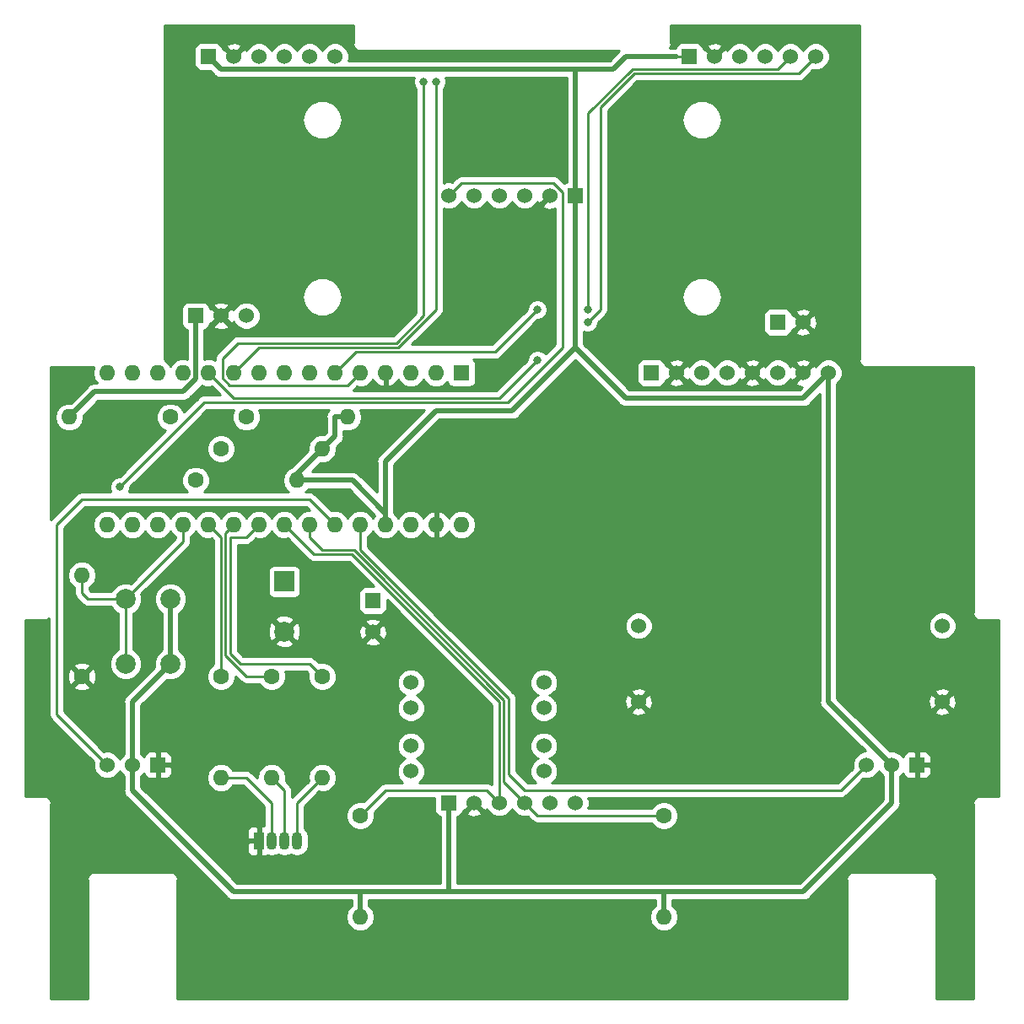
<source format=gtl>
G04 #@! TF.GenerationSoftware,KiCad,Pcbnew,(5.0.2)-1*
G04 #@! TF.CreationDate,2019-01-31T01:26:36+01:00*
G04 #@! TF.ProjectId,bigmax,6269676d-6178-42e6-9b69-6361645f7063,v1*
G04 #@! TF.SameCoordinates,Original*
G04 #@! TF.FileFunction,Copper,L1,Top*
G04 #@! TF.FilePolarity,Positive*
%FSLAX46Y46*%
G04 Gerber Fmt 4.6, Leading zero omitted, Abs format (unit mm)*
G04 Created by KiCad (PCBNEW (5.0.2)-1) date 31/01/2019 01:26:36*
%MOMM*%
%LPD*%
G01*
G04 APERTURE LIST*
G04 #@! TA.AperFunction,ComponentPad*
%ADD10C,1.524000*%
G04 #@! TD*
G04 #@! TA.AperFunction,ComponentPad*
%ADD11R,1.524000X1.524000*%
G04 #@! TD*
G04 #@! TA.AperFunction,ComponentPad*
%ADD12O,1.070000X1.800000*%
G04 #@! TD*
G04 #@! TA.AperFunction,ComponentPad*
%ADD13R,1.070000X1.800000*%
G04 #@! TD*
G04 #@! TA.AperFunction,ComponentPad*
%ADD14C,1.600000*%
G04 #@! TD*
G04 #@! TA.AperFunction,ComponentPad*
%ADD15O,1.600000X1.600000*%
G04 #@! TD*
G04 #@! TA.AperFunction,ComponentPad*
%ADD16C,2.000000*%
G04 #@! TD*
G04 #@! TA.AperFunction,ComponentPad*
%ADD17R,1.600000X1.600000*%
G04 #@! TD*
G04 #@! TA.AperFunction,ComponentPad*
%ADD18R,2.000000X2.000000*%
G04 #@! TD*
G04 #@! TA.AperFunction,ViaPad*
%ADD19C,0.800000*%
G04 #@! TD*
G04 #@! TA.AperFunction,Conductor*
%ADD20C,0.250000*%
G04 #@! TD*
G04 #@! TA.AperFunction,Conductor*
%ADD21C,0.500000*%
G04 #@! TD*
G04 #@! TA.AperFunction,Conductor*
%ADD22C,0.254000*%
G04 #@! TD*
G04 APERTURE END LIST*
D10*
G04 #@! TO.P,U6,1*
G04 #@! TO.N,+BATT*
X193040000Y-111760000D03*
G04 #@! TO.P,U6,3*
G04 #@! TO.N,+6V*
X162560000Y-111760000D03*
G04 #@! TO.P,U6,2*
G04 #@! TO.N,GND*
X193040000Y-119380000D03*
G04 #@! TO.P,U6,4*
X162560000Y-119380000D03*
G04 #@! TD*
D11*
G04 #@! TO.P,U10,1*
G04 #@! TO.N,+BATT*
X176530000Y-81280000D03*
D10*
G04 #@! TO.P,U10,2*
G04 #@! TO.N,GND*
X179070000Y-81280000D03*
G04 #@! TD*
D11*
G04 #@! TO.P,U9,1*
G04 #@! TO.N,+6V*
X135890000Y-109220000D03*
D10*
G04 #@! TO.P,U9,2*
G04 #@! TO.N,GND*
X135890000Y-112395000D03*
G04 #@! TO.P,U9,3*
G04 #@! TO.N,/in1*
X139700000Y-117475000D03*
G04 #@! TO.P,U9,4*
G04 #@! TO.N,/in2*
X139700000Y-120015000D03*
G04 #@! TO.P,U9,5*
G04 #@! TO.N,/in3*
X139700000Y-123825000D03*
G04 #@! TO.P,U9,6*
G04 #@! TO.N,/in4*
X139700000Y-126365000D03*
G04 #@! TO.P,U9,7*
G04 #@! TO.N,/M1*
X153035000Y-117475000D03*
G04 #@! TO.P,U9,8*
G04 #@! TO.N,/M2*
X153035000Y-120015000D03*
G04 #@! TO.P,U9,9*
G04 #@! TO.N,/M3*
X153035000Y-123825000D03*
G04 #@! TO.P,U9,10*
G04 #@! TO.N,/M4*
X153035000Y-126365000D03*
G04 #@! TD*
G04 #@! TO.P,U4,6*
G04 #@! TO.N,/c2_b*
X180340000Y-54610000D03*
G04 #@! TO.P,U4,5*
G04 #@! TO.N,/c1_b*
X177800000Y-54610000D03*
G04 #@! TO.P,U4,4*
G04 #@! TO.N,/M4*
X175260000Y-54610000D03*
G04 #@! TO.P,U4,3*
G04 #@! TO.N,/M3*
X172720000Y-54610000D03*
G04 #@! TO.P,U4,2*
G04 #@! TO.N,GND*
X170180000Y-54610000D03*
D11*
G04 #@! TO.P,U4,1*
G04 #@! TO.N,VCC*
X167640000Y-54610000D03*
G04 #@! TD*
D10*
G04 #@! TO.P,U8,6*
G04 #@! TO.N,/XSHUT_b*
X143510000Y-68580000D03*
G04 #@! TO.P,U8,5*
G04 #@! TO.N,Net-(U8-Pad5)*
X146050000Y-68580000D03*
G04 #@! TO.P,U8,4*
G04 #@! TO.N,/scl*
X148590000Y-68580000D03*
G04 #@! TO.P,U8,3*
G04 #@! TO.N,/sda*
X151130000Y-68580000D03*
G04 #@! TO.P,U8,2*
G04 #@! TO.N,GND*
X153670000Y-68580000D03*
D11*
G04 #@! TO.P,U8,1*
G04 #@! TO.N,VCC*
X156210000Y-68580000D03*
G04 #@! TD*
D12*
G04 #@! TO.P,D1,4*
G04 #@! TO.N,Net-(D1-Pad4)*
X128270000Y-133350000D03*
G04 #@! TO.P,D1,3*
G04 #@! TO.N,Net-(D1-Pad3)*
X127000000Y-133350000D03*
G04 #@! TO.P,D1,2*
G04 #@! TO.N,Net-(D1-Pad2)*
X125730000Y-133350000D03*
D13*
G04 #@! TO.P,D1,1*
G04 #@! TO.N,GND*
X124460000Y-133350000D03*
G04 #@! TD*
D14*
G04 #@! TO.P,R1,1*
G04 #@! TO.N,Net-(A1-Pad22)*
X130810000Y-116840000D03*
D15*
G04 #@! TO.P,R1,2*
G04 #@! TO.N,Net-(D1-Pad4)*
X130810000Y-127000000D03*
G04 #@! TD*
G04 #@! TO.P,R2,2*
G04 #@! TO.N,Net-(D1-Pad3)*
X125730000Y-127000000D03*
D14*
G04 #@! TO.P,R2,1*
G04 #@! TO.N,Net-(A1-Pad21)*
X125730000Y-116840000D03*
G04 #@! TD*
G04 #@! TO.P,R3,1*
G04 #@! TO.N,GND*
X106680000Y-116840000D03*
D15*
G04 #@! TO.P,R3,2*
G04 #@! TO.N,Net-(A1-Pad19)*
X106680000Y-106680000D03*
G04 #@! TD*
G04 #@! TO.P,R4,2*
G04 #@! TO.N,Net-(D1-Pad2)*
X120650000Y-127000000D03*
D14*
G04 #@! TO.P,R4,1*
G04 #@! TO.N,Net-(A1-Pad20)*
X120650000Y-116840000D03*
G04 #@! TD*
D16*
G04 #@! TO.P,SW1,1*
G04 #@! TO.N,VCC*
X115570000Y-115570000D03*
G04 #@! TO.P,SW1,2*
G04 #@! TO.N,Net-(A1-Pad19)*
X111070000Y-115570000D03*
G04 #@! TO.P,SW1,1*
G04 #@! TO.N,VCC*
X115570000Y-109070000D03*
G04 #@! TO.P,SW1,2*
G04 #@! TO.N,Net-(A1-Pad19)*
X111070000Y-109070000D03*
G04 #@! TD*
D10*
G04 #@! TO.P,U1,2*
G04 #@! TO.N,VCC*
X111760000Y-125730000D03*
G04 #@! TO.P,U1,3*
G04 #@! TO.N,/out_a*
X109220000Y-125730000D03*
D11*
G04 #@! TO.P,U1,1*
G04 #@! TO.N,GND*
X114300000Y-125730000D03*
G04 #@! TD*
G04 #@! TO.P,U2,1*
G04 #@! TO.N,GND*
X190500000Y-125730000D03*
D10*
G04 #@! TO.P,U2,3*
G04 #@! TO.N,/out_b*
X185420000Y-125730000D03*
G04 #@! TO.P,U2,2*
G04 #@! TO.N,VCC*
X187960000Y-125730000D03*
G04 #@! TD*
D11*
G04 #@! TO.P,U3,1*
G04 #@! TO.N,VCC*
X119380000Y-54610000D03*
D10*
G04 #@! TO.P,U3,2*
G04 #@! TO.N,GND*
X121920000Y-54610000D03*
G04 #@! TO.P,U3,3*
G04 #@! TO.N,/M1*
X124460000Y-54610000D03*
G04 #@! TO.P,U3,4*
G04 #@! TO.N,/M2*
X127000000Y-54610000D03*
G04 #@! TO.P,U3,5*
G04 #@! TO.N,/c1_a*
X129540000Y-54610000D03*
G04 #@! TO.P,U3,6*
G04 #@! TO.N,/c2_a*
X132080000Y-54610000D03*
G04 #@! TD*
D11*
G04 #@! TO.P,U5,1*
G04 #@! TO.N,Net-(U5-Pad1)*
X163830000Y-86360000D03*
D10*
G04 #@! TO.P,U5,2*
G04 #@! TO.N,GND*
X166370000Y-86360000D03*
G04 #@! TO.P,U5,3*
G04 #@! TO.N,+BATT*
X168910000Y-86360000D03*
G04 #@! TO.P,U5,4*
G04 #@! TO.N,Net-(U5-Pad4)*
X171450000Y-86360000D03*
G04 #@! TO.P,U5,5*
G04 #@! TO.N,GND*
X173990000Y-86360000D03*
G04 #@! TO.P,U5,6*
G04 #@! TO.N,Net-(U5-Pad6)*
X176530000Y-86360000D03*
G04 #@! TO.P,U5,7*
G04 #@! TO.N,GND*
X179070000Y-86360000D03*
G04 #@! TO.P,U5,8*
G04 #@! TO.N,VCC*
X181610000Y-86360000D03*
G04 #@! TD*
D11*
G04 #@! TO.P,U7,1*
G04 #@! TO.N,VCC*
X143510000Y-129540000D03*
D10*
G04 #@! TO.P,U7,2*
G04 #@! TO.N,GND*
X146050000Y-129540000D03*
G04 #@! TO.P,U7,3*
G04 #@! TO.N,/sda*
X148590000Y-129540000D03*
G04 #@! TO.P,U7,4*
G04 #@! TO.N,/scl*
X151130000Y-129540000D03*
G04 #@! TO.P,U7,5*
G04 #@! TO.N,Net-(U7-Pad5)*
X153670000Y-129540000D03*
G04 #@! TO.P,U7,6*
G04 #@! TO.N,/XSHUT_a*
X156210000Y-129540000D03*
G04 #@! TD*
D14*
G04 #@! TO.P,R5,1*
G04 #@! TO.N,/scl*
X165100000Y-130810000D03*
D15*
G04 #@! TO.P,R5,2*
G04 #@! TO.N,VCC*
X165100000Y-140970000D03*
G04 #@! TD*
G04 #@! TO.P,R6,2*
G04 #@! TO.N,VCC*
X134620000Y-140970000D03*
D14*
G04 #@! TO.P,R6,1*
G04 #@! TO.N,/sda*
X134620000Y-130810000D03*
G04 #@! TD*
D15*
G04 #@! TO.P,A1,16*
G04 #@! TO.N,/XSHUT_b*
X109220000Y-101600000D03*
G04 #@! TO.P,A1,15*
G04 #@! TO.N,/XSHUT_a*
X109220000Y-86360000D03*
G04 #@! TO.P,A1,30*
G04 #@! TO.N,Net-(A1-Pad30)*
X144780000Y-101600000D03*
G04 #@! TO.P,A1,14*
G04 #@! TO.N,/in4*
X111760000Y-86360000D03*
G04 #@! TO.P,A1,29*
G04 #@! TO.N,GND*
X142240000Y-101600000D03*
G04 #@! TO.P,A1,13*
G04 #@! TO.N,/in3*
X114300000Y-86360000D03*
G04 #@! TO.P,A1,28*
G04 #@! TO.N,Net-(A1-Pad28)*
X139700000Y-101600000D03*
G04 #@! TO.P,A1,12*
G04 #@! TO.N,/in2*
X116840000Y-86360000D03*
G04 #@! TO.P,A1,27*
G04 #@! TO.N,VCC*
X137160000Y-101600000D03*
G04 #@! TO.P,A1,11*
G04 #@! TO.N,/c2_b*
X119380000Y-86360000D03*
G04 #@! TO.P,A1,26*
G04 #@! TO.N,/out_b*
X134620000Y-101600000D03*
G04 #@! TO.P,A1,10*
G04 #@! TO.N,/c2_a*
X121920000Y-86360000D03*
G04 #@! TO.P,A1,25*
G04 #@! TO.N,/out_a*
X132080000Y-101600000D03*
G04 #@! TO.P,A1,9*
G04 #@! TO.N,/in1*
X124460000Y-86360000D03*
G04 #@! TO.P,A1,24*
G04 #@! TO.N,/scl*
X129540000Y-101600000D03*
G04 #@! TO.P,A1,8*
G04 #@! TO.N,Net-(A1-Pad8)*
X127000000Y-86360000D03*
G04 #@! TO.P,A1,23*
G04 #@! TO.N,/sda*
X127000000Y-101600000D03*
G04 #@! TO.P,A1,7*
G04 #@! TO.N,Net-(A1-Pad7)*
X129540000Y-86360000D03*
G04 #@! TO.P,A1,22*
G04 #@! TO.N,Net-(A1-Pad22)*
X124460000Y-101600000D03*
G04 #@! TO.P,A1,6*
G04 #@! TO.N,/c1_b*
X132080000Y-86360000D03*
G04 #@! TO.P,A1,21*
G04 #@! TO.N,Net-(A1-Pad21)*
X121920000Y-101600000D03*
G04 #@! TO.P,A1,5*
G04 #@! TO.N,/c1_a*
X134620000Y-86360000D03*
G04 #@! TO.P,A1,20*
G04 #@! TO.N,Net-(A1-Pad20)*
X119380000Y-101600000D03*
G04 #@! TO.P,A1,4*
G04 #@! TO.N,GND*
X137160000Y-86360000D03*
G04 #@! TO.P,A1,19*
G04 #@! TO.N,Net-(A1-Pad19)*
X116840000Y-101600000D03*
G04 #@! TO.P,A1,3*
G04 #@! TO.N,Net-(A1-Pad3)*
X139700000Y-86360000D03*
G04 #@! TO.P,A1,18*
G04 #@! TO.N,Net-(A1-Pad18)*
X114300000Y-101600000D03*
G04 #@! TO.P,A1,2*
G04 #@! TO.N,Net-(A1-Pad2)*
X142240000Y-86360000D03*
G04 #@! TO.P,A1,17*
G04 #@! TO.N,Net-(A1-Pad17)*
X111760000Y-101600000D03*
D17*
G04 #@! TO.P,A1,1*
G04 #@! TO.N,Net-(A1-Pad1)*
X144780000Y-86360000D03*
G04 #@! TD*
D18*
G04 #@! TO.P,C1,1*
G04 #@! TO.N,+6V*
X127000000Y-107315000D03*
D16*
G04 #@! TO.P,C1,2*
G04 #@! TO.N,GND*
X127000000Y-112315000D03*
G04 #@! TD*
D15*
G04 #@! TO.P,R7,2*
G04 #@! TO.N,VCC*
X133350000Y-90805000D03*
D14*
G04 #@! TO.P,R7,1*
G04 #@! TO.N,/in1*
X123190000Y-90805000D03*
G04 #@! TD*
G04 #@! TO.P,R8,1*
G04 #@! TO.N,/in2*
X120650000Y-93980000D03*
D15*
G04 #@! TO.P,R8,2*
G04 #@! TO.N,VCC*
X130810000Y-93980000D03*
G04 #@! TD*
G04 #@! TO.P,R9,2*
G04 #@! TO.N,VCC*
X128270000Y-97155000D03*
D14*
G04 #@! TO.P,R9,1*
G04 #@! TO.N,/in3*
X118110000Y-97155000D03*
G04 #@! TD*
D15*
G04 #@! TO.P,R10,2*
G04 #@! TO.N,VCC*
X105410000Y-90805000D03*
D14*
G04 #@! TO.P,R10,1*
G04 #@! TO.N,/in4*
X115570000Y-90805000D03*
G04 #@! TD*
D11*
G04 #@! TO.P,U11,1*
G04 #@! TO.N,VCC*
X118110000Y-80645000D03*
D10*
G04 #@! TO.P,U11,2*
G04 #@! TO.N,GND*
X120650000Y-80645000D03*
G04 #@! TO.P,U11,3*
G04 #@! TO.N,Net-(A1-Pad7)*
X123190000Y-80645000D03*
G04 #@! TD*
D19*
G04 #@! TO.N,/XSHUT_b*
X110490000Y-97790000D03*
G04 #@! TO.N,/c2_b*
X157480000Y-81280000D03*
X152400000Y-85090006D03*
G04 #@! TO.N,/c2_a*
X142240000Y-57150000D03*
G04 #@! TO.N,/c1_b*
X157480000Y-80010000D03*
X152400000Y-80010000D03*
G04 #@! TO.N,/c1_a*
X140970000Y-57150000D03*
G04 #@! TO.N,GND*
X109220000Y-121920000D03*
X125730000Y-93980000D03*
X121920000Y-97790000D03*
X119380000Y-91440000D03*
X116840000Y-93980000D03*
X114300000Y-97790000D03*
X144780000Y-73660000D03*
X120650000Y-63500000D03*
X134620000Y-63500000D03*
X120650000Y-76200000D03*
X134620000Y-76200000D03*
X166370000Y-63500000D03*
X166370000Y-76200000D03*
X180340000Y-76200000D03*
X180340000Y-63500000D03*
X148590000Y-93980000D03*
X148590000Y-111760000D03*
X194310000Y-93980000D03*
X194310000Y-105410000D03*
X166370000Y-105410000D03*
X105410000Y-144780000D03*
X166370000Y-144780000D03*
X180340000Y-144780000D03*
X180340000Y-132080000D03*
X194310000Y-144780000D03*
X180340000Y-118110000D03*
X148590000Y-63500000D03*
X135890000Y-90805000D03*
X147320000Y-80010000D03*
X125730000Y-121920000D03*
X166370000Y-132080000D03*
X180340000Y-105410000D03*
X180340000Y-93980000D03*
X135890000Y-121920000D03*
X166370000Y-93980000D03*
X194310000Y-132080000D03*
X194310000Y-118110000D03*
X148590000Y-132080000D03*
X105410000Y-132080000D03*
X109220000Y-111760000D03*
X148590000Y-105410000D03*
X148590000Y-54610000D03*
X165383963Y-117893939D03*
X154940000Y-57119979D03*
X148590000Y-144780000D03*
X125730000Y-144780000D03*
X118745000Y-105410000D03*
X109855000Y-93980000D03*
X133350000Y-99695000D03*
X135255000Y-94615000D03*
X114300000Y-92075000D03*
G04 #@! TD*
D20*
G04 #@! TO.N,/XSHUT_b*
X110889999Y-97390001D02*
X110490000Y-97790000D01*
X118929989Y-89350011D02*
X110889999Y-97390001D01*
X144780000Y-67310000D02*
X154008762Y-67310000D01*
X143510000Y-68580000D02*
X144780000Y-67310000D01*
X154008762Y-67310000D02*
X154940000Y-68241238D01*
X154940000Y-83820000D02*
X149409989Y-89350011D01*
X154940000Y-68241238D02*
X154940000Y-83820000D01*
X149409989Y-89350011D02*
X118929989Y-89350011D01*
D21*
G04 #@! TO.N,VCC*
X181610000Y-119380000D02*
X187960000Y-125730000D01*
X181610000Y-86360000D02*
X181610000Y-119380000D01*
X111760000Y-119380000D02*
X115570000Y-115570000D01*
X111760000Y-125730000D02*
X111760000Y-119380000D01*
X115570000Y-115570000D02*
X115570000Y-109070000D01*
X156210000Y-68580000D02*
X156210000Y-57150000D01*
X156210000Y-57150000D02*
X156210000Y-55880000D01*
X156210000Y-83820000D02*
X156210000Y-82550000D01*
X156210000Y-82550000D02*
X156210000Y-68580000D01*
D20*
X166370000Y-54610000D02*
X167640000Y-54610000D01*
D21*
X165100000Y-140970000D02*
X165100000Y-138430000D01*
X149860000Y-90170000D02*
X156210000Y-83820000D01*
X142240000Y-90170000D02*
X149860000Y-90170000D01*
X137160000Y-101600000D02*
X137160000Y-95250000D01*
X137160000Y-95250000D02*
X142240000Y-90170000D01*
X179070000Y-88900000D02*
X181610000Y-86360000D01*
X156210000Y-83820000D02*
X161290000Y-88900000D01*
X161290000Y-88900000D02*
X179070000Y-88900000D01*
X120650000Y-55880000D02*
X119380000Y-54610000D01*
X160020000Y-55880000D02*
X120650000Y-55880000D01*
X166370000Y-54610000D02*
X161290000Y-54610000D01*
X161290000Y-54610000D02*
X160020000Y-55880000D01*
X187960000Y-129540000D02*
X179070000Y-138430000D01*
X187960000Y-125730000D02*
X187960000Y-129540000D01*
X179070000Y-138430000D02*
X165100000Y-138430000D01*
X165100000Y-138430000D02*
X134620000Y-138430000D01*
X134620000Y-140970000D02*
X134620000Y-138430000D01*
X121920000Y-138430000D02*
X111760000Y-128270000D01*
X134620000Y-138430000D02*
X121920000Y-138430000D01*
X111760000Y-128270000D02*
X111760000Y-125730000D01*
X143510000Y-129540000D02*
X143510000Y-138430000D01*
X133350000Y-90805000D02*
X132080000Y-90805000D01*
X132080000Y-92710000D02*
X130810000Y-93980000D01*
X128270000Y-96520000D02*
X128270000Y-97155000D01*
X130810000Y-93980000D02*
X128270000Y-96520000D01*
X129401370Y-97155000D02*
X128270000Y-97155000D01*
X133846370Y-97155000D02*
X129401370Y-97155000D01*
X137160000Y-100468630D02*
X133846370Y-97155000D01*
D20*
X137160000Y-101600000D02*
X137160000Y-100468630D01*
D21*
X132080000Y-90805000D02*
X132080000Y-92710000D01*
X106209999Y-90005001D02*
X105410000Y-90805000D01*
X107950000Y-88265000D02*
X106209999Y-90005001D01*
X116840000Y-88265000D02*
X107950000Y-88265000D01*
X118110000Y-86995000D02*
X116840000Y-88265000D01*
X118110000Y-80645000D02*
X118110000Y-86995000D01*
D20*
G04 #@! TO.N,/c2_b*
X152000001Y-85490005D02*
X152400000Y-85090006D01*
X148590006Y-88900000D02*
X152000001Y-85490005D01*
X121920000Y-88900000D02*
X148590006Y-88900000D01*
X119380000Y-86360000D02*
X121920000Y-88900000D01*
X178619991Y-56330009D02*
X180340000Y-54610000D01*
X162109991Y-56330009D02*
X178619991Y-56330009D01*
X158750000Y-59690000D02*
X162109991Y-56330009D01*
X157480000Y-81280000D02*
X158750000Y-80010000D01*
X158750000Y-80010000D02*
X158750000Y-59690000D01*
G04 #@! TO.N,/out_b*
X182880000Y-128270000D02*
X185420000Y-125730000D01*
X151130000Y-128270000D02*
X182880000Y-128270000D01*
X149494002Y-126634002D02*
X151130000Y-128270000D01*
X149494002Y-119014002D02*
X149494002Y-126634002D01*
X134620000Y-101600000D02*
X134620000Y-104140000D01*
X134620000Y-104140000D02*
X149494002Y-119014002D01*
G04 #@! TO.N,/c2_a*
X142240000Y-80010000D02*
X142240000Y-57715685D01*
X124460000Y-83820000D02*
X138430000Y-83820000D01*
X121920000Y-86360000D02*
X124460000Y-83820000D01*
X138430000Y-83820000D02*
X142240000Y-80010000D01*
X142240000Y-57715685D02*
X142240000Y-57150000D01*
G04 #@! TO.N,/out_a*
X109220000Y-125730000D02*
X104140000Y-120650000D01*
X104140000Y-120650000D02*
X104140000Y-101600000D01*
X104140000Y-101600000D02*
X106680000Y-99060000D01*
X106680000Y-99060000D02*
X129540000Y-99060000D01*
X129540000Y-99060000D02*
X132080000Y-101600000D01*
G04 #@! TO.N,/scl*
X152400000Y-130810000D02*
X151130000Y-129540000D01*
X165100000Y-130810000D02*
X152400000Y-130810000D01*
X149040010Y-127450010D02*
X150368001Y-128778001D01*
X129540000Y-102870000D02*
X130810000Y-104140000D01*
X130810000Y-104140000D02*
X133983590Y-104140000D01*
X133983590Y-104140000D02*
X135439989Y-105596400D01*
X150368001Y-128778001D02*
X151130000Y-129540000D01*
X135439989Y-105596400D02*
X149040010Y-119196421D01*
X129540000Y-101600000D02*
X129540000Y-102870000D01*
X149040010Y-119196421D02*
X149040010Y-127450010D01*
G04 #@! TO.N,/sda*
X148590000Y-119382821D02*
X133797190Y-104590011D01*
X148590000Y-129540000D02*
X148590000Y-119382821D01*
X147828001Y-128778001D02*
X148590000Y-129540000D01*
X147320000Y-128270000D02*
X147828001Y-128778001D01*
X134620000Y-130810000D02*
X137160000Y-128270000D01*
X137160000Y-128270000D02*
X147320000Y-128270000D01*
X133797190Y-104590011D02*
X129990011Y-104590011D01*
X129990011Y-104590011D02*
X127799999Y-102399999D01*
X127799999Y-102399999D02*
X127000000Y-101600000D01*
G04 #@! TO.N,Net-(A1-Pad22)*
X130810000Y-116840000D02*
X129540000Y-115570000D01*
X129540000Y-115570000D02*
X122556410Y-115570000D01*
X122556410Y-115570000D02*
X121550020Y-114563610D01*
X121550020Y-114563610D02*
X121550020Y-102870000D01*
X123190000Y-102870000D02*
X124460000Y-101600000D01*
X121550020Y-102870000D02*
X123190000Y-102870000D01*
G04 #@! TO.N,/c1_b*
X176530002Y-55879998D02*
X177800000Y-54610000D01*
X161923591Y-55879998D02*
X176530002Y-55879998D01*
X157480000Y-80010000D02*
X157480000Y-60323589D01*
X157480000Y-60323589D02*
X161923591Y-55879998D01*
X148139989Y-84270011D02*
X152000001Y-80409999D01*
X134169989Y-84270011D02*
X148139989Y-84270011D01*
X132080000Y-86360000D02*
X134169989Y-84270011D01*
X152000001Y-80409999D02*
X152400000Y-80010000D01*
G04 #@! TO.N,Net-(A1-Pad21)*
X121100010Y-114750010D02*
X121100010Y-102419990D01*
X125730000Y-116840000D02*
X123190000Y-116840000D01*
X123190000Y-116840000D02*
X121100010Y-114750010D01*
X121920000Y-101600000D02*
X121100010Y-102419990D01*
G04 #@! TO.N,/c1_a*
X122370010Y-83369990D02*
X138243600Y-83369990D01*
X120794999Y-86900001D02*
X120794999Y-84945001D01*
X134620000Y-86360000D02*
X133350000Y-87630000D01*
X121524998Y-87630000D02*
X120794999Y-86900001D01*
X133350000Y-87630000D02*
X121524998Y-87630000D01*
X138243600Y-83369990D02*
X140970000Y-80643590D01*
X120794999Y-84945001D02*
X122370010Y-83369990D01*
X140970000Y-80643590D02*
X140970000Y-57715685D01*
X140970000Y-57715685D02*
X140970000Y-57150000D01*
G04 #@! TO.N,Net-(A1-Pad20)*
X120650000Y-102870000D02*
X119380000Y-101600000D01*
X120650000Y-116840000D02*
X120650000Y-102870000D01*
G04 #@! TO.N,Net-(A1-Pad19)*
X111070000Y-115570000D02*
X111070000Y-109070000D01*
X111070000Y-109070000D02*
X116840000Y-103300000D01*
X116840000Y-103300000D02*
X116840000Y-101600000D01*
X107292000Y-109070000D02*
X111070000Y-109070000D01*
X106680000Y-106680000D02*
X106680000Y-108458000D01*
X106680000Y-108458000D02*
X107292000Y-109070000D01*
G04 #@! TO.N,Net-(D1-Pad4)*
X128270000Y-133350000D02*
X128270000Y-129540000D01*
X128270000Y-129540000D02*
X130810000Y-127000000D01*
G04 #@! TO.N,Net-(D1-Pad3)*
X127000000Y-133350000D02*
X127000000Y-128270000D01*
X127000000Y-128270000D02*
X125730000Y-127000000D01*
G04 #@! TO.N,Net-(D1-Pad2)*
X123190000Y-127000000D02*
X125730000Y-129540000D01*
X120650000Y-127000000D02*
X123190000Y-127000000D01*
X125730000Y-129540000D02*
X125730000Y-133350000D01*
G04 #@! TD*
D22*
G04 #@! TO.N,GND*
G36*
X184710001Y-85020069D02*
X184696091Y-85090000D01*
X184751195Y-85367028D01*
X184908119Y-85601881D01*
X185142972Y-85758805D01*
X185350074Y-85800000D01*
X185350075Y-85800000D01*
X185420000Y-85813909D01*
X185489926Y-85800000D01*
X196140000Y-85800000D01*
X196140001Y-110420069D01*
X196126091Y-110490000D01*
X196181195Y-110767028D01*
X196338119Y-111001881D01*
X196572972Y-111158805D01*
X196780074Y-111200000D01*
X196780075Y-111200000D01*
X196850000Y-111213909D01*
X196919926Y-111200000D01*
X198680000Y-111200000D01*
X198680001Y-128830000D01*
X196919925Y-128830000D01*
X196850000Y-128816091D01*
X196780074Y-128830000D01*
X196572972Y-128871195D01*
X196338119Y-129028119D01*
X196181195Y-129262972D01*
X196126091Y-129540000D01*
X196140000Y-129609925D01*
X196140001Y-149150000D01*
X192480000Y-149150000D01*
X192480000Y-137229926D01*
X192493909Y-137160000D01*
X192438805Y-136882972D01*
X192281881Y-136648119D01*
X192047028Y-136491195D01*
X191839926Y-136450000D01*
X191770000Y-136436091D01*
X191700075Y-136450000D01*
X184219925Y-136450000D01*
X184150000Y-136436091D01*
X184080074Y-136450000D01*
X183872972Y-136491195D01*
X183638119Y-136648119D01*
X183481195Y-136882972D01*
X183426091Y-137160000D01*
X183440000Y-137229926D01*
X183440001Y-149150000D01*
X116280000Y-149150000D01*
X116280000Y-137229926D01*
X116293909Y-137160000D01*
X116238805Y-136882972D01*
X116081881Y-136648119D01*
X115847028Y-136491195D01*
X115639926Y-136450000D01*
X115639925Y-136450000D01*
X115570000Y-136436091D01*
X115500074Y-136450000D01*
X108019926Y-136450000D01*
X107950000Y-136436091D01*
X107880075Y-136450000D01*
X107880074Y-136450000D01*
X107672972Y-136491195D01*
X107438119Y-136648119D01*
X107281195Y-136882972D01*
X107226091Y-137160000D01*
X107240001Y-137229931D01*
X107240000Y-149150000D01*
X103580000Y-149150000D01*
X103580000Y-129609925D01*
X103593909Y-129540000D01*
X103538805Y-129262972D01*
X103381881Y-129028119D01*
X103147028Y-128871195D01*
X102939926Y-128830000D01*
X102939925Y-128830000D01*
X102870000Y-128816091D01*
X102800074Y-128830000D01*
X101040000Y-128830000D01*
X101040000Y-111200000D01*
X102800075Y-111200000D01*
X102870000Y-111213909D01*
X103077661Y-111172603D01*
X103147028Y-111158805D01*
X103380001Y-111003138D01*
X103380000Y-120575153D01*
X103365112Y-120650000D01*
X103380000Y-120724847D01*
X103380000Y-120724851D01*
X103424096Y-120946536D01*
X103592071Y-121197929D01*
X103655530Y-121240331D01*
X107835980Y-125420782D01*
X107823000Y-125452119D01*
X107823000Y-126007881D01*
X108035680Y-126521337D01*
X108428663Y-126914320D01*
X108942119Y-127127000D01*
X109497881Y-127127000D01*
X110011337Y-126914320D01*
X110404320Y-126521337D01*
X110490000Y-126314487D01*
X110575680Y-126521337D01*
X110875001Y-126820658D01*
X110875000Y-128182839D01*
X110857663Y-128270000D01*
X110875000Y-128357161D01*
X110875000Y-128357164D01*
X110926348Y-128615309D01*
X111121951Y-128908049D01*
X111195847Y-128957425D01*
X121232577Y-138994156D01*
X121281951Y-139068049D01*
X121355844Y-139117423D01*
X121355845Y-139117424D01*
X121574690Y-139263652D01*
X121832835Y-139315000D01*
X121832839Y-139315000D01*
X121920000Y-139332337D01*
X122007161Y-139315000D01*
X133735001Y-139315000D01*
X133735000Y-139835479D01*
X133585423Y-139935423D01*
X133268260Y-140410091D01*
X133156887Y-140970000D01*
X133268260Y-141529909D01*
X133585423Y-142004577D01*
X134060091Y-142321740D01*
X134478667Y-142405000D01*
X134761333Y-142405000D01*
X135179909Y-142321740D01*
X135654577Y-142004577D01*
X135971740Y-141529909D01*
X136083113Y-140970000D01*
X135971740Y-140410091D01*
X135654577Y-139935423D01*
X135505000Y-139835479D01*
X135505000Y-139315000D01*
X143422836Y-139315000D01*
X143510000Y-139332338D01*
X143597165Y-139315000D01*
X164215001Y-139315000D01*
X164215000Y-139835479D01*
X164065423Y-139935423D01*
X163748260Y-140410091D01*
X163636887Y-140970000D01*
X163748260Y-141529909D01*
X164065423Y-142004577D01*
X164540091Y-142321740D01*
X164958667Y-142405000D01*
X165241333Y-142405000D01*
X165659909Y-142321740D01*
X166134577Y-142004577D01*
X166451740Y-141529909D01*
X166563113Y-140970000D01*
X166451740Y-140410091D01*
X166134577Y-139935423D01*
X165985000Y-139835479D01*
X165985000Y-139315000D01*
X178982839Y-139315000D01*
X179070000Y-139332337D01*
X179157161Y-139315000D01*
X179157165Y-139315000D01*
X179415310Y-139263652D01*
X179708049Y-139068049D01*
X179757425Y-138994153D01*
X188524156Y-130227423D01*
X188598049Y-130178049D01*
X188658267Y-130087928D01*
X188793652Y-129885310D01*
X188845000Y-129627165D01*
X188845000Y-129627161D01*
X188862337Y-129540000D01*
X188845000Y-129452839D01*
X188845000Y-126820657D01*
X189103000Y-126562657D01*
X189103000Y-126618310D01*
X189199673Y-126851699D01*
X189378302Y-127030327D01*
X189611691Y-127127000D01*
X190214250Y-127127000D01*
X190373000Y-126968250D01*
X190373000Y-125857000D01*
X190627000Y-125857000D01*
X190627000Y-126968250D01*
X190785750Y-127127000D01*
X191388309Y-127127000D01*
X191621698Y-127030327D01*
X191800327Y-126851699D01*
X191897000Y-126618310D01*
X191897000Y-126015750D01*
X191738250Y-125857000D01*
X190627000Y-125857000D01*
X190373000Y-125857000D01*
X190353000Y-125857000D01*
X190353000Y-125603000D01*
X190373000Y-125603000D01*
X190373000Y-124491750D01*
X190627000Y-124491750D01*
X190627000Y-125603000D01*
X191738250Y-125603000D01*
X191897000Y-125444250D01*
X191897000Y-124841690D01*
X191800327Y-124608301D01*
X191621698Y-124429673D01*
X191388309Y-124333000D01*
X190785750Y-124333000D01*
X190627000Y-124491750D01*
X190373000Y-124491750D01*
X190214250Y-124333000D01*
X189611691Y-124333000D01*
X189378302Y-124429673D01*
X189199673Y-124608301D01*
X189103000Y-124841690D01*
X189103000Y-124897343D01*
X188751337Y-124545680D01*
X188237881Y-124333000D01*
X187814579Y-124333000D01*
X183841792Y-120360213D01*
X192239392Y-120360213D01*
X192308857Y-120602397D01*
X192832302Y-120789144D01*
X193387368Y-120761362D01*
X193771143Y-120602397D01*
X193840608Y-120360213D01*
X193040000Y-119559605D01*
X192239392Y-120360213D01*
X183841792Y-120360213D01*
X182653881Y-119172302D01*
X191630856Y-119172302D01*
X191658638Y-119727368D01*
X191817603Y-120111143D01*
X192059787Y-120180608D01*
X192860395Y-119380000D01*
X193219605Y-119380000D01*
X194020213Y-120180608D01*
X194262397Y-120111143D01*
X194449144Y-119587698D01*
X194421362Y-119032632D01*
X194262397Y-118648857D01*
X194020213Y-118579392D01*
X193219605Y-119380000D01*
X192860395Y-119380000D01*
X192059787Y-118579392D01*
X191817603Y-118648857D01*
X191630856Y-119172302D01*
X182653881Y-119172302D01*
X182495000Y-119013422D01*
X182495000Y-118399787D01*
X192239392Y-118399787D01*
X193040000Y-119200395D01*
X193840608Y-118399787D01*
X193771143Y-118157603D01*
X193247698Y-117970856D01*
X192692632Y-117998638D01*
X192308857Y-118157603D01*
X192239392Y-118399787D01*
X182495000Y-118399787D01*
X182495000Y-111482119D01*
X191643000Y-111482119D01*
X191643000Y-112037881D01*
X191855680Y-112551337D01*
X192248663Y-112944320D01*
X192762119Y-113157000D01*
X193317881Y-113157000D01*
X193831337Y-112944320D01*
X194224320Y-112551337D01*
X194437000Y-112037881D01*
X194437000Y-111482119D01*
X194224320Y-110968663D01*
X193831337Y-110575680D01*
X193317881Y-110363000D01*
X192762119Y-110363000D01*
X192248663Y-110575680D01*
X191855680Y-110968663D01*
X191643000Y-111482119D01*
X182495000Y-111482119D01*
X182495000Y-87450657D01*
X182794320Y-87151337D01*
X183007000Y-86637881D01*
X183007000Y-86082119D01*
X182794320Y-85568663D01*
X182401337Y-85175680D01*
X181887881Y-84963000D01*
X181332119Y-84963000D01*
X180818663Y-85175680D01*
X180425680Y-85568663D01*
X180346572Y-85759647D01*
X180292397Y-85628857D01*
X180050213Y-85559392D01*
X179249605Y-86360000D01*
X179263748Y-86374143D01*
X179084143Y-86553748D01*
X179070000Y-86539605D01*
X178269392Y-87340213D01*
X178338857Y-87582397D01*
X178862302Y-87769144D01*
X178953860Y-87764561D01*
X178703422Y-88015000D01*
X161656579Y-88015000D01*
X159239579Y-85598000D01*
X162420560Y-85598000D01*
X162420560Y-87122000D01*
X162469843Y-87369765D01*
X162610191Y-87579809D01*
X162820235Y-87720157D01*
X163068000Y-87769440D01*
X164592000Y-87769440D01*
X164839765Y-87720157D01*
X165049809Y-87579809D01*
X165190157Y-87369765D01*
X165196035Y-87340213D01*
X165569392Y-87340213D01*
X165638857Y-87582397D01*
X166162302Y-87769144D01*
X166717368Y-87741362D01*
X167101143Y-87582397D01*
X167170608Y-87340213D01*
X166370000Y-86539605D01*
X165569392Y-87340213D01*
X165196035Y-87340213D01*
X165239440Y-87122000D01*
X165239440Y-87117484D01*
X165389787Y-87160608D01*
X166190395Y-86360000D01*
X166549605Y-86360000D01*
X167350213Y-87160608D01*
X167592397Y-87091143D01*
X167642535Y-86950607D01*
X167725680Y-87151337D01*
X168118663Y-87544320D01*
X168632119Y-87757000D01*
X169187881Y-87757000D01*
X169701337Y-87544320D01*
X170094320Y-87151337D01*
X170180000Y-86944487D01*
X170265680Y-87151337D01*
X170658663Y-87544320D01*
X171172119Y-87757000D01*
X171727881Y-87757000D01*
X172241337Y-87544320D01*
X172445444Y-87340213D01*
X173189392Y-87340213D01*
X173258857Y-87582397D01*
X173782302Y-87769144D01*
X174337368Y-87741362D01*
X174721143Y-87582397D01*
X174790608Y-87340213D01*
X173990000Y-86539605D01*
X173189392Y-87340213D01*
X172445444Y-87340213D01*
X172634320Y-87151337D01*
X172713428Y-86960353D01*
X172767603Y-87091143D01*
X173009787Y-87160608D01*
X173810395Y-86360000D01*
X174169605Y-86360000D01*
X174970213Y-87160608D01*
X175212397Y-87091143D01*
X175262535Y-86950607D01*
X175345680Y-87151337D01*
X175738663Y-87544320D01*
X176252119Y-87757000D01*
X176807881Y-87757000D01*
X177321337Y-87544320D01*
X177714320Y-87151337D01*
X177793428Y-86960353D01*
X177847603Y-87091143D01*
X178089787Y-87160608D01*
X178890395Y-86360000D01*
X178089787Y-85559392D01*
X177847603Y-85628857D01*
X177797465Y-85769393D01*
X177714320Y-85568663D01*
X177525444Y-85379787D01*
X178269392Y-85379787D01*
X179070000Y-86180395D01*
X179870608Y-85379787D01*
X179801143Y-85137603D01*
X179277698Y-84950856D01*
X178722632Y-84978638D01*
X178338857Y-85137603D01*
X178269392Y-85379787D01*
X177525444Y-85379787D01*
X177321337Y-85175680D01*
X176807881Y-84963000D01*
X176252119Y-84963000D01*
X175738663Y-85175680D01*
X175345680Y-85568663D01*
X175266572Y-85759647D01*
X175212397Y-85628857D01*
X174970213Y-85559392D01*
X174169605Y-86360000D01*
X173810395Y-86360000D01*
X173009787Y-85559392D01*
X172767603Y-85628857D01*
X172717465Y-85769393D01*
X172634320Y-85568663D01*
X172445444Y-85379787D01*
X173189392Y-85379787D01*
X173990000Y-86180395D01*
X174790608Y-85379787D01*
X174721143Y-85137603D01*
X174197698Y-84950856D01*
X173642632Y-84978638D01*
X173258857Y-85137603D01*
X173189392Y-85379787D01*
X172445444Y-85379787D01*
X172241337Y-85175680D01*
X171727881Y-84963000D01*
X171172119Y-84963000D01*
X170658663Y-85175680D01*
X170265680Y-85568663D01*
X170180000Y-85775513D01*
X170094320Y-85568663D01*
X169701337Y-85175680D01*
X169187881Y-84963000D01*
X168632119Y-84963000D01*
X168118663Y-85175680D01*
X167725680Y-85568663D01*
X167646572Y-85759647D01*
X167592397Y-85628857D01*
X167350213Y-85559392D01*
X166549605Y-86360000D01*
X166190395Y-86360000D01*
X165389787Y-85559392D01*
X165239440Y-85602516D01*
X165239440Y-85598000D01*
X165196036Y-85379787D01*
X165569392Y-85379787D01*
X166370000Y-86180395D01*
X167170608Y-85379787D01*
X167101143Y-85137603D01*
X166577698Y-84950856D01*
X166022632Y-84978638D01*
X165638857Y-85137603D01*
X165569392Y-85379787D01*
X165196036Y-85379787D01*
X165190157Y-85350235D01*
X165049809Y-85140191D01*
X164839765Y-84999843D01*
X164592000Y-84950560D01*
X163068000Y-84950560D01*
X162820235Y-84999843D01*
X162610191Y-85140191D01*
X162469843Y-85350235D01*
X162420560Y-85598000D01*
X159239579Y-85598000D01*
X157095000Y-83453422D01*
X157095000Y-82240804D01*
X157274126Y-82315000D01*
X157685874Y-82315000D01*
X158066280Y-82157431D01*
X158357431Y-81866280D01*
X158515000Y-81485874D01*
X158515000Y-81319801D01*
X159234473Y-80600329D01*
X159297929Y-80557929D01*
X159465904Y-80306537D01*
X159510000Y-80084852D01*
X159510000Y-80084848D01*
X159524888Y-80010001D01*
X159510000Y-79935154D01*
X159510000Y-78740000D01*
X166910000Y-78740000D01*
X167030615Y-79424040D01*
X167377911Y-80025575D01*
X167910000Y-80472051D01*
X168562704Y-80709616D01*
X169257296Y-80709616D01*
X169783756Y-80518000D01*
X175120560Y-80518000D01*
X175120560Y-82042000D01*
X175169843Y-82289765D01*
X175310191Y-82499809D01*
X175520235Y-82640157D01*
X175768000Y-82689440D01*
X177292000Y-82689440D01*
X177539765Y-82640157D01*
X177749809Y-82499809D01*
X177890157Y-82289765D01*
X177896035Y-82260213D01*
X178269392Y-82260213D01*
X178338857Y-82502397D01*
X178862302Y-82689144D01*
X179417368Y-82661362D01*
X179801143Y-82502397D01*
X179870608Y-82260213D01*
X179070000Y-81459605D01*
X178269392Y-82260213D01*
X177896035Y-82260213D01*
X177939440Y-82042000D01*
X177939440Y-82037484D01*
X178089787Y-82080608D01*
X178890395Y-81280000D01*
X179249605Y-81280000D01*
X180050213Y-82080608D01*
X180292397Y-82011143D01*
X180479144Y-81487698D01*
X180451362Y-80932632D01*
X180292397Y-80548857D01*
X180050213Y-80479392D01*
X179249605Y-81280000D01*
X178890395Y-81280000D01*
X178089787Y-80479392D01*
X177939440Y-80522516D01*
X177939440Y-80518000D01*
X177896036Y-80299787D01*
X178269392Y-80299787D01*
X179070000Y-81100395D01*
X179870608Y-80299787D01*
X179801143Y-80057603D01*
X179277698Y-79870856D01*
X178722632Y-79898638D01*
X178338857Y-80057603D01*
X178269392Y-80299787D01*
X177896036Y-80299787D01*
X177890157Y-80270235D01*
X177749809Y-80060191D01*
X177539765Y-79919843D01*
X177292000Y-79870560D01*
X175768000Y-79870560D01*
X175520235Y-79919843D01*
X175310191Y-80060191D01*
X175169843Y-80270235D01*
X175120560Y-80518000D01*
X169783756Y-80518000D01*
X169910000Y-80472051D01*
X170442089Y-80025575D01*
X170789385Y-79424040D01*
X170910000Y-78740000D01*
X170789385Y-78055960D01*
X170442089Y-77454425D01*
X169910000Y-77007949D01*
X169257296Y-76770384D01*
X168562704Y-76770384D01*
X167910000Y-77007949D01*
X167377911Y-77454425D01*
X167030615Y-78055960D01*
X166910000Y-78740000D01*
X159510000Y-78740000D01*
X159510000Y-60960000D01*
X166910000Y-60960000D01*
X167030615Y-61644040D01*
X167377911Y-62245575D01*
X167910000Y-62692051D01*
X168562704Y-62929616D01*
X169257296Y-62929616D01*
X169910000Y-62692051D01*
X170442089Y-62245575D01*
X170789385Y-61644040D01*
X170910000Y-60960000D01*
X170789385Y-60275960D01*
X170442089Y-59674425D01*
X169910000Y-59227949D01*
X169257296Y-58990384D01*
X168562704Y-58990384D01*
X167910000Y-59227949D01*
X167377911Y-59674425D01*
X167030615Y-60275960D01*
X166910000Y-60960000D01*
X159510000Y-60960000D01*
X159510000Y-60004801D01*
X162424793Y-57090009D01*
X178545144Y-57090009D01*
X178619991Y-57104897D01*
X178694838Y-57090009D01*
X178694843Y-57090009D01*
X178916528Y-57045913D01*
X179167920Y-56877938D01*
X179210322Y-56814479D01*
X180030782Y-55994020D01*
X180062119Y-56007000D01*
X180617881Y-56007000D01*
X181131337Y-55794320D01*
X181524320Y-55401337D01*
X181737000Y-54887881D01*
X181737000Y-54332119D01*
X181524320Y-53818663D01*
X181131337Y-53425680D01*
X180617881Y-53213000D01*
X180062119Y-53213000D01*
X179548663Y-53425680D01*
X179155680Y-53818663D01*
X179070000Y-54025513D01*
X178984320Y-53818663D01*
X178591337Y-53425680D01*
X178077881Y-53213000D01*
X177522119Y-53213000D01*
X177008663Y-53425680D01*
X176615680Y-53818663D01*
X176530000Y-54025513D01*
X176444320Y-53818663D01*
X176051337Y-53425680D01*
X175537881Y-53213000D01*
X174982119Y-53213000D01*
X174468663Y-53425680D01*
X174075680Y-53818663D01*
X173990000Y-54025513D01*
X173904320Y-53818663D01*
X173511337Y-53425680D01*
X172997881Y-53213000D01*
X172442119Y-53213000D01*
X171928663Y-53425680D01*
X171535680Y-53818663D01*
X171456572Y-54009647D01*
X171402397Y-53878857D01*
X171160213Y-53809392D01*
X170359605Y-54610000D01*
X170373748Y-54624143D01*
X170194143Y-54803748D01*
X170180000Y-54789605D01*
X170165858Y-54803748D01*
X169986253Y-54624143D01*
X170000395Y-54610000D01*
X169199787Y-53809392D01*
X169049440Y-53852516D01*
X169049440Y-53848000D01*
X169006036Y-53629787D01*
X169379392Y-53629787D01*
X170180000Y-54430395D01*
X170980608Y-53629787D01*
X170911143Y-53387603D01*
X170387698Y-53200856D01*
X169832632Y-53228638D01*
X169448857Y-53387603D01*
X169379392Y-53629787D01*
X169006036Y-53629787D01*
X169000157Y-53600235D01*
X168859809Y-53390191D01*
X168649765Y-53249843D01*
X168402000Y-53200560D01*
X166878000Y-53200560D01*
X166630235Y-53249843D01*
X166420191Y-53390191D01*
X166279843Y-53600235D01*
X166255026Y-53725000D01*
X165696660Y-53725000D01*
X165768805Y-53617028D01*
X165823909Y-53340000D01*
X165810000Y-53270074D01*
X165810000Y-51510000D01*
X184710000Y-51510000D01*
X184710001Y-85020069D01*
X184710001Y-85020069D01*
G37*
X184710001Y-85020069D02*
X184696091Y-85090000D01*
X184751195Y-85367028D01*
X184908119Y-85601881D01*
X185142972Y-85758805D01*
X185350074Y-85800000D01*
X185350075Y-85800000D01*
X185420000Y-85813909D01*
X185489926Y-85800000D01*
X196140000Y-85800000D01*
X196140001Y-110420069D01*
X196126091Y-110490000D01*
X196181195Y-110767028D01*
X196338119Y-111001881D01*
X196572972Y-111158805D01*
X196780074Y-111200000D01*
X196780075Y-111200000D01*
X196850000Y-111213909D01*
X196919926Y-111200000D01*
X198680000Y-111200000D01*
X198680001Y-128830000D01*
X196919925Y-128830000D01*
X196850000Y-128816091D01*
X196780074Y-128830000D01*
X196572972Y-128871195D01*
X196338119Y-129028119D01*
X196181195Y-129262972D01*
X196126091Y-129540000D01*
X196140000Y-129609925D01*
X196140001Y-149150000D01*
X192480000Y-149150000D01*
X192480000Y-137229926D01*
X192493909Y-137160000D01*
X192438805Y-136882972D01*
X192281881Y-136648119D01*
X192047028Y-136491195D01*
X191839926Y-136450000D01*
X191770000Y-136436091D01*
X191700075Y-136450000D01*
X184219925Y-136450000D01*
X184150000Y-136436091D01*
X184080074Y-136450000D01*
X183872972Y-136491195D01*
X183638119Y-136648119D01*
X183481195Y-136882972D01*
X183426091Y-137160000D01*
X183440000Y-137229926D01*
X183440001Y-149150000D01*
X116280000Y-149150000D01*
X116280000Y-137229926D01*
X116293909Y-137160000D01*
X116238805Y-136882972D01*
X116081881Y-136648119D01*
X115847028Y-136491195D01*
X115639926Y-136450000D01*
X115639925Y-136450000D01*
X115570000Y-136436091D01*
X115500074Y-136450000D01*
X108019926Y-136450000D01*
X107950000Y-136436091D01*
X107880075Y-136450000D01*
X107880074Y-136450000D01*
X107672972Y-136491195D01*
X107438119Y-136648119D01*
X107281195Y-136882972D01*
X107226091Y-137160000D01*
X107240001Y-137229931D01*
X107240000Y-149150000D01*
X103580000Y-149150000D01*
X103580000Y-129609925D01*
X103593909Y-129540000D01*
X103538805Y-129262972D01*
X103381881Y-129028119D01*
X103147028Y-128871195D01*
X102939926Y-128830000D01*
X102939925Y-128830000D01*
X102870000Y-128816091D01*
X102800074Y-128830000D01*
X101040000Y-128830000D01*
X101040000Y-111200000D01*
X102800075Y-111200000D01*
X102870000Y-111213909D01*
X103077661Y-111172603D01*
X103147028Y-111158805D01*
X103380001Y-111003138D01*
X103380000Y-120575153D01*
X103365112Y-120650000D01*
X103380000Y-120724847D01*
X103380000Y-120724851D01*
X103424096Y-120946536D01*
X103592071Y-121197929D01*
X103655530Y-121240331D01*
X107835980Y-125420782D01*
X107823000Y-125452119D01*
X107823000Y-126007881D01*
X108035680Y-126521337D01*
X108428663Y-126914320D01*
X108942119Y-127127000D01*
X109497881Y-127127000D01*
X110011337Y-126914320D01*
X110404320Y-126521337D01*
X110490000Y-126314487D01*
X110575680Y-126521337D01*
X110875001Y-126820658D01*
X110875000Y-128182839D01*
X110857663Y-128270000D01*
X110875000Y-128357161D01*
X110875000Y-128357164D01*
X110926348Y-128615309D01*
X111121951Y-128908049D01*
X111195847Y-128957425D01*
X121232577Y-138994156D01*
X121281951Y-139068049D01*
X121355844Y-139117423D01*
X121355845Y-139117424D01*
X121574690Y-139263652D01*
X121832835Y-139315000D01*
X121832839Y-139315000D01*
X121920000Y-139332337D01*
X122007161Y-139315000D01*
X133735001Y-139315000D01*
X133735000Y-139835479D01*
X133585423Y-139935423D01*
X133268260Y-140410091D01*
X133156887Y-140970000D01*
X133268260Y-141529909D01*
X133585423Y-142004577D01*
X134060091Y-142321740D01*
X134478667Y-142405000D01*
X134761333Y-142405000D01*
X135179909Y-142321740D01*
X135654577Y-142004577D01*
X135971740Y-141529909D01*
X136083113Y-140970000D01*
X135971740Y-140410091D01*
X135654577Y-139935423D01*
X135505000Y-139835479D01*
X135505000Y-139315000D01*
X143422836Y-139315000D01*
X143510000Y-139332338D01*
X143597165Y-139315000D01*
X164215001Y-139315000D01*
X164215000Y-139835479D01*
X164065423Y-139935423D01*
X163748260Y-140410091D01*
X163636887Y-140970000D01*
X163748260Y-141529909D01*
X164065423Y-142004577D01*
X164540091Y-142321740D01*
X164958667Y-142405000D01*
X165241333Y-142405000D01*
X165659909Y-142321740D01*
X166134577Y-142004577D01*
X166451740Y-141529909D01*
X166563113Y-140970000D01*
X166451740Y-140410091D01*
X166134577Y-139935423D01*
X165985000Y-139835479D01*
X165985000Y-139315000D01*
X178982839Y-139315000D01*
X179070000Y-139332337D01*
X179157161Y-139315000D01*
X179157165Y-139315000D01*
X179415310Y-139263652D01*
X179708049Y-139068049D01*
X179757425Y-138994153D01*
X188524156Y-130227423D01*
X188598049Y-130178049D01*
X188658267Y-130087928D01*
X188793652Y-129885310D01*
X188845000Y-129627165D01*
X188845000Y-129627161D01*
X188862337Y-129540000D01*
X188845000Y-129452839D01*
X188845000Y-126820657D01*
X189103000Y-126562657D01*
X189103000Y-126618310D01*
X189199673Y-126851699D01*
X189378302Y-127030327D01*
X189611691Y-127127000D01*
X190214250Y-127127000D01*
X190373000Y-126968250D01*
X190373000Y-125857000D01*
X190627000Y-125857000D01*
X190627000Y-126968250D01*
X190785750Y-127127000D01*
X191388309Y-127127000D01*
X191621698Y-127030327D01*
X191800327Y-126851699D01*
X191897000Y-126618310D01*
X191897000Y-126015750D01*
X191738250Y-125857000D01*
X190627000Y-125857000D01*
X190373000Y-125857000D01*
X190353000Y-125857000D01*
X190353000Y-125603000D01*
X190373000Y-125603000D01*
X190373000Y-124491750D01*
X190627000Y-124491750D01*
X190627000Y-125603000D01*
X191738250Y-125603000D01*
X191897000Y-125444250D01*
X191897000Y-124841690D01*
X191800327Y-124608301D01*
X191621698Y-124429673D01*
X191388309Y-124333000D01*
X190785750Y-124333000D01*
X190627000Y-124491750D01*
X190373000Y-124491750D01*
X190214250Y-124333000D01*
X189611691Y-124333000D01*
X189378302Y-124429673D01*
X189199673Y-124608301D01*
X189103000Y-124841690D01*
X189103000Y-124897343D01*
X188751337Y-124545680D01*
X188237881Y-124333000D01*
X187814579Y-124333000D01*
X183841792Y-120360213D01*
X192239392Y-120360213D01*
X192308857Y-120602397D01*
X192832302Y-120789144D01*
X193387368Y-120761362D01*
X193771143Y-120602397D01*
X193840608Y-120360213D01*
X193040000Y-119559605D01*
X192239392Y-120360213D01*
X183841792Y-120360213D01*
X182653881Y-119172302D01*
X191630856Y-119172302D01*
X191658638Y-119727368D01*
X191817603Y-120111143D01*
X192059787Y-120180608D01*
X192860395Y-119380000D01*
X193219605Y-119380000D01*
X194020213Y-120180608D01*
X194262397Y-120111143D01*
X194449144Y-119587698D01*
X194421362Y-119032632D01*
X194262397Y-118648857D01*
X194020213Y-118579392D01*
X193219605Y-119380000D01*
X192860395Y-119380000D01*
X192059787Y-118579392D01*
X191817603Y-118648857D01*
X191630856Y-119172302D01*
X182653881Y-119172302D01*
X182495000Y-119013422D01*
X182495000Y-118399787D01*
X192239392Y-118399787D01*
X193040000Y-119200395D01*
X193840608Y-118399787D01*
X193771143Y-118157603D01*
X193247698Y-117970856D01*
X192692632Y-117998638D01*
X192308857Y-118157603D01*
X192239392Y-118399787D01*
X182495000Y-118399787D01*
X182495000Y-111482119D01*
X191643000Y-111482119D01*
X191643000Y-112037881D01*
X191855680Y-112551337D01*
X192248663Y-112944320D01*
X192762119Y-113157000D01*
X193317881Y-113157000D01*
X193831337Y-112944320D01*
X194224320Y-112551337D01*
X194437000Y-112037881D01*
X194437000Y-111482119D01*
X194224320Y-110968663D01*
X193831337Y-110575680D01*
X193317881Y-110363000D01*
X192762119Y-110363000D01*
X192248663Y-110575680D01*
X191855680Y-110968663D01*
X191643000Y-111482119D01*
X182495000Y-111482119D01*
X182495000Y-87450657D01*
X182794320Y-87151337D01*
X183007000Y-86637881D01*
X183007000Y-86082119D01*
X182794320Y-85568663D01*
X182401337Y-85175680D01*
X181887881Y-84963000D01*
X181332119Y-84963000D01*
X180818663Y-85175680D01*
X180425680Y-85568663D01*
X180346572Y-85759647D01*
X180292397Y-85628857D01*
X180050213Y-85559392D01*
X179249605Y-86360000D01*
X179263748Y-86374143D01*
X179084143Y-86553748D01*
X179070000Y-86539605D01*
X178269392Y-87340213D01*
X178338857Y-87582397D01*
X178862302Y-87769144D01*
X178953860Y-87764561D01*
X178703422Y-88015000D01*
X161656579Y-88015000D01*
X159239579Y-85598000D01*
X162420560Y-85598000D01*
X162420560Y-87122000D01*
X162469843Y-87369765D01*
X162610191Y-87579809D01*
X162820235Y-87720157D01*
X163068000Y-87769440D01*
X164592000Y-87769440D01*
X164839765Y-87720157D01*
X165049809Y-87579809D01*
X165190157Y-87369765D01*
X165196035Y-87340213D01*
X165569392Y-87340213D01*
X165638857Y-87582397D01*
X166162302Y-87769144D01*
X166717368Y-87741362D01*
X167101143Y-87582397D01*
X167170608Y-87340213D01*
X166370000Y-86539605D01*
X165569392Y-87340213D01*
X165196035Y-87340213D01*
X165239440Y-87122000D01*
X165239440Y-87117484D01*
X165389787Y-87160608D01*
X166190395Y-86360000D01*
X166549605Y-86360000D01*
X167350213Y-87160608D01*
X167592397Y-87091143D01*
X167642535Y-86950607D01*
X167725680Y-87151337D01*
X168118663Y-87544320D01*
X168632119Y-87757000D01*
X169187881Y-87757000D01*
X169701337Y-87544320D01*
X170094320Y-87151337D01*
X170180000Y-86944487D01*
X170265680Y-87151337D01*
X170658663Y-87544320D01*
X171172119Y-87757000D01*
X171727881Y-87757000D01*
X172241337Y-87544320D01*
X172445444Y-87340213D01*
X173189392Y-87340213D01*
X173258857Y-87582397D01*
X173782302Y-87769144D01*
X174337368Y-87741362D01*
X174721143Y-87582397D01*
X174790608Y-87340213D01*
X173990000Y-86539605D01*
X173189392Y-87340213D01*
X172445444Y-87340213D01*
X172634320Y-87151337D01*
X172713428Y-86960353D01*
X172767603Y-87091143D01*
X173009787Y-87160608D01*
X173810395Y-86360000D01*
X174169605Y-86360000D01*
X174970213Y-87160608D01*
X175212397Y-87091143D01*
X175262535Y-86950607D01*
X175345680Y-87151337D01*
X175738663Y-87544320D01*
X176252119Y-87757000D01*
X176807881Y-87757000D01*
X177321337Y-87544320D01*
X177714320Y-87151337D01*
X177793428Y-86960353D01*
X177847603Y-87091143D01*
X178089787Y-87160608D01*
X178890395Y-86360000D01*
X178089787Y-85559392D01*
X177847603Y-85628857D01*
X177797465Y-85769393D01*
X177714320Y-85568663D01*
X177525444Y-85379787D01*
X178269392Y-85379787D01*
X179070000Y-86180395D01*
X179870608Y-85379787D01*
X179801143Y-85137603D01*
X179277698Y-84950856D01*
X178722632Y-84978638D01*
X178338857Y-85137603D01*
X178269392Y-85379787D01*
X177525444Y-85379787D01*
X177321337Y-85175680D01*
X176807881Y-84963000D01*
X176252119Y-84963000D01*
X175738663Y-85175680D01*
X175345680Y-85568663D01*
X175266572Y-85759647D01*
X175212397Y-85628857D01*
X174970213Y-85559392D01*
X174169605Y-86360000D01*
X173810395Y-86360000D01*
X173009787Y-85559392D01*
X172767603Y-85628857D01*
X172717465Y-85769393D01*
X172634320Y-85568663D01*
X172445444Y-85379787D01*
X173189392Y-85379787D01*
X173990000Y-86180395D01*
X174790608Y-85379787D01*
X174721143Y-85137603D01*
X174197698Y-84950856D01*
X173642632Y-84978638D01*
X173258857Y-85137603D01*
X173189392Y-85379787D01*
X172445444Y-85379787D01*
X172241337Y-85175680D01*
X171727881Y-84963000D01*
X171172119Y-84963000D01*
X170658663Y-85175680D01*
X170265680Y-85568663D01*
X170180000Y-85775513D01*
X170094320Y-85568663D01*
X169701337Y-85175680D01*
X169187881Y-84963000D01*
X168632119Y-84963000D01*
X168118663Y-85175680D01*
X167725680Y-85568663D01*
X167646572Y-85759647D01*
X167592397Y-85628857D01*
X167350213Y-85559392D01*
X166549605Y-86360000D01*
X166190395Y-86360000D01*
X165389787Y-85559392D01*
X165239440Y-85602516D01*
X165239440Y-85598000D01*
X165196036Y-85379787D01*
X165569392Y-85379787D01*
X166370000Y-86180395D01*
X167170608Y-85379787D01*
X167101143Y-85137603D01*
X166577698Y-84950856D01*
X166022632Y-84978638D01*
X165638857Y-85137603D01*
X165569392Y-85379787D01*
X165196036Y-85379787D01*
X165190157Y-85350235D01*
X165049809Y-85140191D01*
X164839765Y-84999843D01*
X164592000Y-84950560D01*
X163068000Y-84950560D01*
X162820235Y-84999843D01*
X162610191Y-85140191D01*
X162469843Y-85350235D01*
X162420560Y-85598000D01*
X159239579Y-85598000D01*
X157095000Y-83453422D01*
X157095000Y-82240804D01*
X157274126Y-82315000D01*
X157685874Y-82315000D01*
X158066280Y-82157431D01*
X158357431Y-81866280D01*
X158515000Y-81485874D01*
X158515000Y-81319801D01*
X159234473Y-80600329D01*
X159297929Y-80557929D01*
X159465904Y-80306537D01*
X159510000Y-80084852D01*
X159510000Y-80084848D01*
X159524888Y-80010001D01*
X159510000Y-79935154D01*
X159510000Y-78740000D01*
X166910000Y-78740000D01*
X167030615Y-79424040D01*
X167377911Y-80025575D01*
X167910000Y-80472051D01*
X168562704Y-80709616D01*
X169257296Y-80709616D01*
X169783756Y-80518000D01*
X175120560Y-80518000D01*
X175120560Y-82042000D01*
X175169843Y-82289765D01*
X175310191Y-82499809D01*
X175520235Y-82640157D01*
X175768000Y-82689440D01*
X177292000Y-82689440D01*
X177539765Y-82640157D01*
X177749809Y-82499809D01*
X177890157Y-82289765D01*
X177896035Y-82260213D01*
X178269392Y-82260213D01*
X178338857Y-82502397D01*
X178862302Y-82689144D01*
X179417368Y-82661362D01*
X179801143Y-82502397D01*
X179870608Y-82260213D01*
X179070000Y-81459605D01*
X178269392Y-82260213D01*
X177896035Y-82260213D01*
X177939440Y-82042000D01*
X177939440Y-82037484D01*
X178089787Y-82080608D01*
X178890395Y-81280000D01*
X179249605Y-81280000D01*
X180050213Y-82080608D01*
X180292397Y-82011143D01*
X180479144Y-81487698D01*
X180451362Y-80932632D01*
X180292397Y-80548857D01*
X180050213Y-80479392D01*
X179249605Y-81280000D01*
X178890395Y-81280000D01*
X178089787Y-80479392D01*
X177939440Y-80522516D01*
X177939440Y-80518000D01*
X177896036Y-80299787D01*
X178269392Y-80299787D01*
X179070000Y-81100395D01*
X179870608Y-80299787D01*
X179801143Y-80057603D01*
X179277698Y-79870856D01*
X178722632Y-79898638D01*
X178338857Y-80057603D01*
X178269392Y-80299787D01*
X177896036Y-80299787D01*
X177890157Y-80270235D01*
X177749809Y-80060191D01*
X177539765Y-79919843D01*
X177292000Y-79870560D01*
X175768000Y-79870560D01*
X175520235Y-79919843D01*
X175310191Y-80060191D01*
X175169843Y-80270235D01*
X175120560Y-80518000D01*
X169783756Y-80518000D01*
X169910000Y-80472051D01*
X170442089Y-80025575D01*
X170789385Y-79424040D01*
X170910000Y-78740000D01*
X170789385Y-78055960D01*
X170442089Y-77454425D01*
X169910000Y-77007949D01*
X169257296Y-76770384D01*
X168562704Y-76770384D01*
X167910000Y-77007949D01*
X167377911Y-77454425D01*
X167030615Y-78055960D01*
X166910000Y-78740000D01*
X159510000Y-78740000D01*
X159510000Y-60960000D01*
X166910000Y-60960000D01*
X167030615Y-61644040D01*
X167377911Y-62245575D01*
X167910000Y-62692051D01*
X168562704Y-62929616D01*
X169257296Y-62929616D01*
X169910000Y-62692051D01*
X170442089Y-62245575D01*
X170789385Y-61644040D01*
X170910000Y-60960000D01*
X170789385Y-60275960D01*
X170442089Y-59674425D01*
X169910000Y-59227949D01*
X169257296Y-58990384D01*
X168562704Y-58990384D01*
X167910000Y-59227949D01*
X167377911Y-59674425D01*
X167030615Y-60275960D01*
X166910000Y-60960000D01*
X159510000Y-60960000D01*
X159510000Y-60004801D01*
X162424793Y-57090009D01*
X178545144Y-57090009D01*
X178619991Y-57104897D01*
X178694838Y-57090009D01*
X178694843Y-57090009D01*
X178916528Y-57045913D01*
X179167920Y-56877938D01*
X179210322Y-56814479D01*
X180030782Y-55994020D01*
X180062119Y-56007000D01*
X180617881Y-56007000D01*
X181131337Y-55794320D01*
X181524320Y-55401337D01*
X181737000Y-54887881D01*
X181737000Y-54332119D01*
X181524320Y-53818663D01*
X181131337Y-53425680D01*
X180617881Y-53213000D01*
X180062119Y-53213000D01*
X179548663Y-53425680D01*
X179155680Y-53818663D01*
X179070000Y-54025513D01*
X178984320Y-53818663D01*
X178591337Y-53425680D01*
X178077881Y-53213000D01*
X177522119Y-53213000D01*
X177008663Y-53425680D01*
X176615680Y-53818663D01*
X176530000Y-54025513D01*
X176444320Y-53818663D01*
X176051337Y-53425680D01*
X175537881Y-53213000D01*
X174982119Y-53213000D01*
X174468663Y-53425680D01*
X174075680Y-53818663D01*
X173990000Y-54025513D01*
X173904320Y-53818663D01*
X173511337Y-53425680D01*
X172997881Y-53213000D01*
X172442119Y-53213000D01*
X171928663Y-53425680D01*
X171535680Y-53818663D01*
X171456572Y-54009647D01*
X171402397Y-53878857D01*
X171160213Y-53809392D01*
X170359605Y-54610000D01*
X170373748Y-54624143D01*
X170194143Y-54803748D01*
X170180000Y-54789605D01*
X170165858Y-54803748D01*
X169986253Y-54624143D01*
X170000395Y-54610000D01*
X169199787Y-53809392D01*
X169049440Y-53852516D01*
X169049440Y-53848000D01*
X169006036Y-53629787D01*
X169379392Y-53629787D01*
X170180000Y-54430395D01*
X170980608Y-53629787D01*
X170911143Y-53387603D01*
X170387698Y-53200856D01*
X169832632Y-53228638D01*
X169448857Y-53387603D01*
X169379392Y-53629787D01*
X169006036Y-53629787D01*
X169000157Y-53600235D01*
X168859809Y-53390191D01*
X168649765Y-53249843D01*
X168402000Y-53200560D01*
X166878000Y-53200560D01*
X166630235Y-53249843D01*
X166420191Y-53390191D01*
X166279843Y-53600235D01*
X166255026Y-53725000D01*
X165696660Y-53725000D01*
X165768805Y-53617028D01*
X165823909Y-53340000D01*
X165810000Y-53270074D01*
X165810000Y-51510000D01*
X184710000Y-51510000D01*
X184710001Y-85020069D01*
G36*
X186775680Y-126521337D02*
X187075000Y-126820657D01*
X187075001Y-129173420D01*
X178703422Y-137545000D01*
X165187165Y-137545000D01*
X165100000Y-137527662D01*
X165012836Y-137545000D01*
X144395000Y-137545000D01*
X144395000Y-130924974D01*
X144519765Y-130900157D01*
X144729809Y-130759809D01*
X144870157Y-130549765D01*
X144876035Y-130520213D01*
X145249392Y-130520213D01*
X145318857Y-130762397D01*
X145842302Y-130949144D01*
X146397368Y-130921362D01*
X146781143Y-130762397D01*
X146850608Y-130520213D01*
X146050000Y-129719605D01*
X145249392Y-130520213D01*
X144876035Y-130520213D01*
X144919440Y-130302000D01*
X144919440Y-130297484D01*
X145069787Y-130340608D01*
X145870395Y-129540000D01*
X145856253Y-129525858D01*
X146035858Y-129346253D01*
X146050000Y-129360395D01*
X146064143Y-129346253D01*
X146243748Y-129525858D01*
X146229605Y-129540000D01*
X147030213Y-130340608D01*
X147272397Y-130271143D01*
X147322535Y-130130607D01*
X147405680Y-130331337D01*
X147798663Y-130724320D01*
X148312119Y-130937000D01*
X148867881Y-130937000D01*
X149381337Y-130724320D01*
X149774320Y-130331337D01*
X149860000Y-130124487D01*
X149945680Y-130331337D01*
X150338663Y-130724320D01*
X150852119Y-130937000D01*
X151407881Y-130937000D01*
X151439218Y-130924020D01*
X151809671Y-131294473D01*
X151852071Y-131357929D01*
X152103463Y-131525904D01*
X152325148Y-131570000D01*
X152325152Y-131570000D01*
X152399999Y-131584888D01*
X152474846Y-131570000D01*
X163861570Y-131570000D01*
X163883466Y-131622862D01*
X164287138Y-132026534D01*
X164814561Y-132245000D01*
X165385439Y-132245000D01*
X165912862Y-132026534D01*
X166316534Y-131622862D01*
X166535000Y-131095439D01*
X166535000Y-130524561D01*
X166316534Y-129997138D01*
X165912862Y-129593466D01*
X165385439Y-129375000D01*
X164814561Y-129375000D01*
X164287138Y-129593466D01*
X163883466Y-129997138D01*
X163861570Y-130050000D01*
X157510853Y-130050000D01*
X157607000Y-129817881D01*
X157607000Y-129262119D01*
X157510853Y-129030000D01*
X182805153Y-129030000D01*
X182880000Y-129044888D01*
X182954847Y-129030000D01*
X182954852Y-129030000D01*
X183176537Y-128985904D01*
X183427929Y-128817929D01*
X183470331Y-128754470D01*
X185110782Y-127114020D01*
X185142119Y-127127000D01*
X185697881Y-127127000D01*
X186211337Y-126914320D01*
X186604320Y-126521337D01*
X186690000Y-126314487D01*
X186775680Y-126521337D01*
X186775680Y-126521337D01*
G37*
X186775680Y-126521337D02*
X187075000Y-126820657D01*
X187075001Y-129173420D01*
X178703422Y-137545000D01*
X165187165Y-137545000D01*
X165100000Y-137527662D01*
X165012836Y-137545000D01*
X144395000Y-137545000D01*
X144395000Y-130924974D01*
X144519765Y-130900157D01*
X144729809Y-130759809D01*
X144870157Y-130549765D01*
X144876035Y-130520213D01*
X145249392Y-130520213D01*
X145318857Y-130762397D01*
X145842302Y-130949144D01*
X146397368Y-130921362D01*
X146781143Y-130762397D01*
X146850608Y-130520213D01*
X146050000Y-129719605D01*
X145249392Y-130520213D01*
X144876035Y-130520213D01*
X144919440Y-130302000D01*
X144919440Y-130297484D01*
X145069787Y-130340608D01*
X145870395Y-129540000D01*
X145856253Y-129525858D01*
X146035858Y-129346253D01*
X146050000Y-129360395D01*
X146064143Y-129346253D01*
X146243748Y-129525858D01*
X146229605Y-129540000D01*
X147030213Y-130340608D01*
X147272397Y-130271143D01*
X147322535Y-130130607D01*
X147405680Y-130331337D01*
X147798663Y-130724320D01*
X148312119Y-130937000D01*
X148867881Y-130937000D01*
X149381337Y-130724320D01*
X149774320Y-130331337D01*
X149860000Y-130124487D01*
X149945680Y-130331337D01*
X150338663Y-130724320D01*
X150852119Y-130937000D01*
X151407881Y-130937000D01*
X151439218Y-130924020D01*
X151809671Y-131294473D01*
X151852071Y-131357929D01*
X152103463Y-131525904D01*
X152325148Y-131570000D01*
X152325152Y-131570000D01*
X152399999Y-131584888D01*
X152474846Y-131570000D01*
X163861570Y-131570000D01*
X163883466Y-131622862D01*
X164287138Y-132026534D01*
X164814561Y-132245000D01*
X165385439Y-132245000D01*
X165912862Y-132026534D01*
X166316534Y-131622862D01*
X166535000Y-131095439D01*
X166535000Y-130524561D01*
X166316534Y-129997138D01*
X165912862Y-129593466D01*
X165385439Y-129375000D01*
X164814561Y-129375000D01*
X164287138Y-129593466D01*
X163883466Y-129997138D01*
X163861570Y-130050000D01*
X157510853Y-130050000D01*
X157607000Y-129817881D01*
X157607000Y-129262119D01*
X157510853Y-129030000D01*
X182805153Y-129030000D01*
X182880000Y-129044888D01*
X182954847Y-129030000D01*
X182954852Y-129030000D01*
X183176537Y-128985904D01*
X183427929Y-128817929D01*
X183470331Y-128754470D01*
X185110782Y-127114020D01*
X185142119Y-127127000D01*
X185697881Y-127127000D01*
X186211337Y-126914320D01*
X186604320Y-126521337D01*
X186690000Y-126314487D01*
X186775680Y-126521337D01*
G36*
X129570199Y-100165000D02*
X129398667Y-100165000D01*
X128980091Y-100248260D01*
X128505423Y-100565423D01*
X128270000Y-100917758D01*
X128034577Y-100565423D01*
X127559909Y-100248260D01*
X127141333Y-100165000D01*
X126858667Y-100165000D01*
X126440091Y-100248260D01*
X125965423Y-100565423D01*
X125730000Y-100917758D01*
X125494577Y-100565423D01*
X125019909Y-100248260D01*
X124601333Y-100165000D01*
X124318667Y-100165000D01*
X123900091Y-100248260D01*
X123425423Y-100565423D01*
X123190000Y-100917758D01*
X122954577Y-100565423D01*
X122479909Y-100248260D01*
X122061333Y-100165000D01*
X121778667Y-100165000D01*
X121360091Y-100248260D01*
X120885423Y-100565423D01*
X120650000Y-100917758D01*
X120414577Y-100565423D01*
X119939909Y-100248260D01*
X119521333Y-100165000D01*
X119238667Y-100165000D01*
X118820091Y-100248260D01*
X118345423Y-100565423D01*
X118110000Y-100917758D01*
X117874577Y-100565423D01*
X117399909Y-100248260D01*
X116981333Y-100165000D01*
X116698667Y-100165000D01*
X116280091Y-100248260D01*
X115805423Y-100565423D01*
X115570000Y-100917758D01*
X115334577Y-100565423D01*
X114859909Y-100248260D01*
X114441333Y-100165000D01*
X114158667Y-100165000D01*
X113740091Y-100248260D01*
X113265423Y-100565423D01*
X113030000Y-100917758D01*
X112794577Y-100565423D01*
X112319909Y-100248260D01*
X111901333Y-100165000D01*
X111618667Y-100165000D01*
X111200091Y-100248260D01*
X110725423Y-100565423D01*
X110490000Y-100917758D01*
X110254577Y-100565423D01*
X109779909Y-100248260D01*
X109361333Y-100165000D01*
X109078667Y-100165000D01*
X108660091Y-100248260D01*
X108185423Y-100565423D01*
X107868260Y-101040091D01*
X107756887Y-101600000D01*
X107868260Y-102159909D01*
X108185423Y-102634577D01*
X108660091Y-102951740D01*
X109078667Y-103035000D01*
X109361333Y-103035000D01*
X109779909Y-102951740D01*
X110254577Y-102634577D01*
X110490000Y-102282242D01*
X110725423Y-102634577D01*
X111200091Y-102951740D01*
X111618667Y-103035000D01*
X111901333Y-103035000D01*
X112319909Y-102951740D01*
X112794577Y-102634577D01*
X113030000Y-102282242D01*
X113265423Y-102634577D01*
X113740091Y-102951740D01*
X114158667Y-103035000D01*
X114441333Y-103035000D01*
X114859909Y-102951740D01*
X115334577Y-102634577D01*
X115570000Y-102282242D01*
X115805423Y-102634577D01*
X116080000Y-102818044D01*
X116080000Y-102985198D01*
X111561376Y-107503823D01*
X111395222Y-107435000D01*
X110744778Y-107435000D01*
X110143847Y-107683914D01*
X109683914Y-108143847D01*
X109615091Y-108310000D01*
X107606802Y-108310000D01*
X107440000Y-108143199D01*
X107440000Y-107898043D01*
X107714577Y-107714577D01*
X108031740Y-107239909D01*
X108143113Y-106680000D01*
X108031740Y-106120091D01*
X107714577Y-105645423D01*
X107239909Y-105328260D01*
X106821333Y-105245000D01*
X106538667Y-105245000D01*
X106120091Y-105328260D01*
X105645423Y-105645423D01*
X105328260Y-106120091D01*
X105216887Y-106680000D01*
X105328260Y-107239909D01*
X105645423Y-107714577D01*
X105920001Y-107898044D01*
X105920001Y-108383148D01*
X105905112Y-108458000D01*
X105964097Y-108754537D01*
X106070084Y-108913157D01*
X106132072Y-109005929D01*
X106195528Y-109048329D01*
X106701671Y-109554473D01*
X106744071Y-109617929D01*
X106807527Y-109660329D01*
X106995462Y-109785904D01*
X107043605Y-109795480D01*
X107217148Y-109830000D01*
X107217152Y-109830000D01*
X107292000Y-109844888D01*
X107366848Y-109830000D01*
X109615091Y-109830000D01*
X109683914Y-109996153D01*
X110143847Y-110456086D01*
X110310001Y-110524909D01*
X110310000Y-114115091D01*
X110143847Y-114183914D01*
X109683914Y-114643847D01*
X109435000Y-115244778D01*
X109435000Y-115895222D01*
X109683914Y-116496153D01*
X110143847Y-116956086D01*
X110744778Y-117205000D01*
X111395222Y-117205000D01*
X111996153Y-116956086D01*
X112456086Y-116496153D01*
X112705000Y-115895222D01*
X112705000Y-115244778D01*
X112456086Y-114643847D01*
X111996153Y-114183914D01*
X111830000Y-114115091D01*
X111830000Y-110524909D01*
X111996153Y-110456086D01*
X112456086Y-109996153D01*
X112705000Y-109395222D01*
X112705000Y-108744778D01*
X112636177Y-108578624D01*
X117324473Y-103890329D01*
X117387929Y-103847929D01*
X117555904Y-103596537D01*
X117600000Y-103374852D01*
X117600000Y-103374848D01*
X117614888Y-103300001D01*
X117600000Y-103225154D01*
X117600000Y-102818043D01*
X117874577Y-102634577D01*
X118110000Y-102282242D01*
X118345423Y-102634577D01*
X118820091Y-102951740D01*
X119238667Y-103035000D01*
X119521333Y-103035000D01*
X119703886Y-102998688D01*
X119890001Y-103184803D01*
X119890000Y-115601570D01*
X119837138Y-115623466D01*
X119433466Y-116027138D01*
X119215000Y-116554561D01*
X119215000Y-117125439D01*
X119433466Y-117652862D01*
X119837138Y-118056534D01*
X120364561Y-118275000D01*
X120935439Y-118275000D01*
X121462862Y-118056534D01*
X121866534Y-117652862D01*
X122085000Y-117125439D01*
X122085000Y-116809802D01*
X122599671Y-117324473D01*
X122642071Y-117387929D01*
X122893463Y-117555904D01*
X123115148Y-117600000D01*
X123115152Y-117600000D01*
X123189999Y-117614888D01*
X123264846Y-117600000D01*
X124491570Y-117600000D01*
X124513466Y-117652862D01*
X124917138Y-118056534D01*
X125444561Y-118275000D01*
X126015439Y-118275000D01*
X126542862Y-118056534D01*
X126946534Y-117652862D01*
X127165000Y-117125439D01*
X127165000Y-116554561D01*
X127071984Y-116330000D01*
X129225199Y-116330000D01*
X129396897Y-116501698D01*
X129375000Y-116554561D01*
X129375000Y-117125439D01*
X129593466Y-117652862D01*
X129997138Y-118056534D01*
X130524561Y-118275000D01*
X131095439Y-118275000D01*
X131622862Y-118056534D01*
X132026534Y-117652862D01*
X132215309Y-117197119D01*
X138303000Y-117197119D01*
X138303000Y-117752881D01*
X138515680Y-118266337D01*
X138908663Y-118659320D01*
X139115513Y-118745000D01*
X138908663Y-118830680D01*
X138515680Y-119223663D01*
X138303000Y-119737119D01*
X138303000Y-120292881D01*
X138515680Y-120806337D01*
X138908663Y-121199320D01*
X139422119Y-121412000D01*
X139977881Y-121412000D01*
X140491337Y-121199320D01*
X140884320Y-120806337D01*
X141097000Y-120292881D01*
X141097000Y-119737119D01*
X140884320Y-119223663D01*
X140491337Y-118830680D01*
X140284487Y-118745000D01*
X140491337Y-118659320D01*
X140884320Y-118266337D01*
X141097000Y-117752881D01*
X141097000Y-117197119D01*
X140884320Y-116683663D01*
X140491337Y-116290680D01*
X139977881Y-116078000D01*
X139422119Y-116078000D01*
X138908663Y-116290680D01*
X138515680Y-116683663D01*
X138303000Y-117197119D01*
X132215309Y-117197119D01*
X132245000Y-117125439D01*
X132245000Y-116554561D01*
X132026534Y-116027138D01*
X131622862Y-115623466D01*
X131095439Y-115405000D01*
X130524561Y-115405000D01*
X130471698Y-115426897D01*
X130130331Y-115085530D01*
X130087929Y-115022071D01*
X129836537Y-114854096D01*
X129614852Y-114810000D01*
X129614847Y-114810000D01*
X129540000Y-114795112D01*
X129465153Y-114810000D01*
X122871213Y-114810000D01*
X122310020Y-114248809D01*
X122310020Y-113467532D01*
X126027073Y-113467532D01*
X126125736Y-113734387D01*
X126735461Y-113960908D01*
X127385460Y-113936856D01*
X127874264Y-113734387D01*
X127972927Y-113467532D01*
X127880608Y-113375213D01*
X135089392Y-113375213D01*
X135158857Y-113617397D01*
X135682302Y-113804144D01*
X136237368Y-113776362D01*
X136621143Y-113617397D01*
X136690608Y-113375213D01*
X135890000Y-112574605D01*
X135089392Y-113375213D01*
X127880608Y-113375213D01*
X127000000Y-112494605D01*
X126027073Y-113467532D01*
X122310020Y-113467532D01*
X122310020Y-112050461D01*
X125354092Y-112050461D01*
X125378144Y-112700460D01*
X125580613Y-113189264D01*
X125847468Y-113287927D01*
X126820395Y-112315000D01*
X127179605Y-112315000D01*
X128152532Y-113287927D01*
X128419387Y-113189264D01*
X128645908Y-112579539D01*
X128631395Y-112187302D01*
X134480856Y-112187302D01*
X134508638Y-112742368D01*
X134667603Y-113126143D01*
X134909787Y-113195608D01*
X135710395Y-112395000D01*
X136069605Y-112395000D01*
X136870213Y-113195608D01*
X137112397Y-113126143D01*
X137299144Y-112602698D01*
X137271362Y-112047632D01*
X137112397Y-111663857D01*
X136870213Y-111594392D01*
X136069605Y-112395000D01*
X135710395Y-112395000D01*
X134909787Y-111594392D01*
X134667603Y-111663857D01*
X134480856Y-112187302D01*
X128631395Y-112187302D01*
X128621856Y-111929540D01*
X128419387Y-111440736D01*
X128349203Y-111414787D01*
X135089392Y-111414787D01*
X135890000Y-112215395D01*
X136690608Y-111414787D01*
X136621143Y-111172603D01*
X136097698Y-110985856D01*
X135542632Y-111013638D01*
X135158857Y-111172603D01*
X135089392Y-111414787D01*
X128349203Y-111414787D01*
X128152532Y-111342073D01*
X127179605Y-112315000D01*
X126820395Y-112315000D01*
X125847468Y-111342073D01*
X125580613Y-111440736D01*
X125354092Y-112050461D01*
X122310020Y-112050461D01*
X122310020Y-111162468D01*
X126027073Y-111162468D01*
X127000000Y-112135395D01*
X127972927Y-111162468D01*
X127874264Y-110895613D01*
X127264539Y-110669092D01*
X126614540Y-110693144D01*
X126125736Y-110895613D01*
X126027073Y-111162468D01*
X122310020Y-111162468D01*
X122310020Y-106315000D01*
X125352560Y-106315000D01*
X125352560Y-108315000D01*
X125401843Y-108562765D01*
X125542191Y-108772809D01*
X125752235Y-108913157D01*
X126000000Y-108962440D01*
X128000000Y-108962440D01*
X128247765Y-108913157D01*
X128457809Y-108772809D01*
X128598157Y-108562765D01*
X128647440Y-108315000D01*
X128647440Y-106315000D01*
X128598157Y-106067235D01*
X128457809Y-105857191D01*
X128247765Y-105716843D01*
X128000000Y-105667560D01*
X126000000Y-105667560D01*
X125752235Y-105716843D01*
X125542191Y-105857191D01*
X125401843Y-106067235D01*
X125352560Y-106315000D01*
X122310020Y-106315000D01*
X122310020Y-103630000D01*
X123115153Y-103630000D01*
X123190000Y-103644888D01*
X123264847Y-103630000D01*
X123264852Y-103630000D01*
X123486537Y-103585904D01*
X123737929Y-103417929D01*
X123780331Y-103354470D01*
X124136114Y-102998688D01*
X124318667Y-103035000D01*
X124601333Y-103035000D01*
X125019909Y-102951740D01*
X125494577Y-102634577D01*
X125730000Y-102282242D01*
X125965423Y-102634577D01*
X126440091Y-102951740D01*
X126858667Y-103035000D01*
X127141333Y-103035000D01*
X127323887Y-102998688D01*
X129399681Y-105074483D01*
X129442082Y-105137940D01*
X129505538Y-105180340D01*
X129693473Y-105305915D01*
X129741616Y-105315491D01*
X129915159Y-105350011D01*
X129915163Y-105350011D01*
X129990011Y-105364899D01*
X130064859Y-105350011D01*
X133482389Y-105350011D01*
X135942938Y-107810560D01*
X135128000Y-107810560D01*
X134880235Y-107859843D01*
X134670191Y-108000191D01*
X134529843Y-108210235D01*
X134480560Y-108458000D01*
X134480560Y-109982000D01*
X134529843Y-110229765D01*
X134670191Y-110439809D01*
X134880235Y-110580157D01*
X135128000Y-110629440D01*
X136652000Y-110629440D01*
X136899765Y-110580157D01*
X137109809Y-110439809D01*
X137250157Y-110229765D01*
X137299440Y-109982000D01*
X137299440Y-109167062D01*
X147830001Y-119697624D01*
X147830000Y-127696728D01*
X147616537Y-127554096D01*
X147394852Y-127510000D01*
X147394847Y-127510000D01*
X147320000Y-127495112D01*
X147245153Y-127510000D01*
X140530657Y-127510000D01*
X140884320Y-127156337D01*
X141097000Y-126642881D01*
X141097000Y-126087119D01*
X140884320Y-125573663D01*
X140491337Y-125180680D01*
X140284487Y-125095000D01*
X140491337Y-125009320D01*
X140884320Y-124616337D01*
X141097000Y-124102881D01*
X141097000Y-123547119D01*
X140884320Y-123033663D01*
X140491337Y-122640680D01*
X139977881Y-122428000D01*
X139422119Y-122428000D01*
X138908663Y-122640680D01*
X138515680Y-123033663D01*
X138303000Y-123547119D01*
X138303000Y-124102881D01*
X138515680Y-124616337D01*
X138908663Y-125009320D01*
X139115513Y-125095000D01*
X138908663Y-125180680D01*
X138515680Y-125573663D01*
X138303000Y-126087119D01*
X138303000Y-126642881D01*
X138515680Y-127156337D01*
X138869343Y-127510000D01*
X137234846Y-127510000D01*
X137159999Y-127495112D01*
X137085152Y-127510000D01*
X137085148Y-127510000D01*
X136863463Y-127554096D01*
X136820840Y-127582576D01*
X136675526Y-127679671D01*
X136675524Y-127679673D01*
X136612071Y-127722071D01*
X136569673Y-127785524D01*
X134958302Y-129396897D01*
X134905439Y-129375000D01*
X134334561Y-129375000D01*
X133807138Y-129593466D01*
X133403466Y-129997138D01*
X133185000Y-130524561D01*
X133185000Y-131095439D01*
X133403466Y-131622862D01*
X133807138Y-132026534D01*
X134334561Y-132245000D01*
X134905439Y-132245000D01*
X135432862Y-132026534D01*
X135836534Y-131622862D01*
X136055000Y-131095439D01*
X136055000Y-130524561D01*
X136033103Y-130471698D01*
X137474803Y-129030000D01*
X142100560Y-129030000D01*
X142100560Y-130302000D01*
X142149843Y-130549765D01*
X142290191Y-130759809D01*
X142500235Y-130900157D01*
X142625000Y-130924974D01*
X142625001Y-137545000D01*
X134707165Y-137545000D01*
X134620000Y-137527662D01*
X134532836Y-137545000D01*
X122286579Y-137545000D01*
X118377329Y-133635750D01*
X123290000Y-133635750D01*
X123290000Y-134376310D01*
X123386673Y-134609699D01*
X123565302Y-134788327D01*
X123798691Y-134885000D01*
X124174250Y-134885000D01*
X124333000Y-134726250D01*
X124333000Y-133477000D01*
X123448750Y-133477000D01*
X123290000Y-133635750D01*
X118377329Y-133635750D01*
X117065269Y-132323690D01*
X123290000Y-132323690D01*
X123290000Y-133064250D01*
X123448750Y-133223000D01*
X124333000Y-133223000D01*
X124333000Y-131973750D01*
X124174250Y-131815000D01*
X123798691Y-131815000D01*
X123565302Y-131911673D01*
X123386673Y-132090301D01*
X123290000Y-132323690D01*
X117065269Y-132323690D01*
X112645000Y-127903422D01*
X112645000Y-126820657D01*
X112903000Y-126562657D01*
X112903000Y-126618310D01*
X112999673Y-126851699D01*
X113178302Y-127030327D01*
X113411691Y-127127000D01*
X114014250Y-127127000D01*
X114173000Y-126968250D01*
X114173000Y-125857000D01*
X114427000Y-125857000D01*
X114427000Y-126968250D01*
X114585750Y-127127000D01*
X115188309Y-127127000D01*
X115421698Y-127030327D01*
X115452025Y-127000000D01*
X119186887Y-127000000D01*
X119298260Y-127559909D01*
X119615423Y-128034577D01*
X120090091Y-128351740D01*
X120508667Y-128435000D01*
X120791333Y-128435000D01*
X121209909Y-128351740D01*
X121684577Y-128034577D01*
X121868043Y-127760000D01*
X122875199Y-127760000D01*
X124970000Y-129854803D01*
X124970001Y-131815000D01*
X124745750Y-131815000D01*
X124587000Y-131973750D01*
X124587000Y-132734032D01*
X124560000Y-132869770D01*
X124560000Y-133830231D01*
X124587000Y-133965969D01*
X124587000Y-134726250D01*
X124745750Y-134885000D01*
X125121309Y-134885000D01*
X125281399Y-134818688D01*
X125730000Y-134907921D01*
X126186511Y-134817115D01*
X126365001Y-134697853D01*
X126543490Y-134817115D01*
X127000000Y-134907921D01*
X127456511Y-134817115D01*
X127635001Y-134697853D01*
X127813490Y-134817115D01*
X128270000Y-134907921D01*
X128726511Y-134817115D01*
X129113523Y-134558523D01*
X129372115Y-134171511D01*
X129440000Y-133830230D01*
X129440000Y-132869769D01*
X129372115Y-132528489D01*
X129113523Y-132141477D01*
X129030000Y-132085669D01*
X129030000Y-129854801D01*
X130486114Y-128398688D01*
X130668667Y-128435000D01*
X130951333Y-128435000D01*
X131369909Y-128351740D01*
X131844577Y-128034577D01*
X132161740Y-127559909D01*
X132273113Y-127000000D01*
X132161740Y-126440091D01*
X131844577Y-125965423D01*
X131369909Y-125648260D01*
X130951333Y-125565000D01*
X130668667Y-125565000D01*
X130250091Y-125648260D01*
X129775423Y-125965423D01*
X129458260Y-126440091D01*
X129346887Y-127000000D01*
X129411312Y-127323886D01*
X127785528Y-128949671D01*
X127760000Y-128966728D01*
X127760000Y-128344846D01*
X127774888Y-128269999D01*
X127760000Y-128195152D01*
X127760000Y-128195148D01*
X127715904Y-127973463D01*
X127547929Y-127722071D01*
X127484473Y-127679671D01*
X127128688Y-127323886D01*
X127193113Y-127000000D01*
X127081740Y-126440091D01*
X126764577Y-125965423D01*
X126289909Y-125648260D01*
X125871333Y-125565000D01*
X125588667Y-125565000D01*
X125170091Y-125648260D01*
X124695423Y-125965423D01*
X124378260Y-126440091D01*
X124266887Y-127000000D01*
X124267405Y-127002603D01*
X123780331Y-126515530D01*
X123737929Y-126452071D01*
X123486537Y-126284096D01*
X123264852Y-126240000D01*
X123264847Y-126240000D01*
X123190000Y-126225112D01*
X123115153Y-126240000D01*
X121868043Y-126240000D01*
X121684577Y-125965423D01*
X121209909Y-125648260D01*
X120791333Y-125565000D01*
X120508667Y-125565000D01*
X120090091Y-125648260D01*
X119615423Y-125965423D01*
X119298260Y-126440091D01*
X119186887Y-127000000D01*
X115452025Y-127000000D01*
X115600327Y-126851699D01*
X115697000Y-126618310D01*
X115697000Y-126015750D01*
X115538250Y-125857000D01*
X114427000Y-125857000D01*
X114173000Y-125857000D01*
X114153000Y-125857000D01*
X114153000Y-125603000D01*
X114173000Y-125603000D01*
X114173000Y-124491750D01*
X114427000Y-124491750D01*
X114427000Y-125603000D01*
X115538250Y-125603000D01*
X115697000Y-125444250D01*
X115697000Y-124841690D01*
X115600327Y-124608301D01*
X115421698Y-124429673D01*
X115188309Y-124333000D01*
X114585750Y-124333000D01*
X114427000Y-124491750D01*
X114173000Y-124491750D01*
X114014250Y-124333000D01*
X113411691Y-124333000D01*
X113178302Y-124429673D01*
X112999673Y-124608301D01*
X112903000Y-124841690D01*
X112903000Y-124897343D01*
X112645000Y-124639343D01*
X112645000Y-119746578D01*
X115203625Y-117187954D01*
X115244778Y-117205000D01*
X115895222Y-117205000D01*
X116496153Y-116956086D01*
X116956086Y-116496153D01*
X117205000Y-115895222D01*
X117205000Y-115244778D01*
X116956086Y-114643847D01*
X116496153Y-114183914D01*
X116455000Y-114166868D01*
X116455000Y-110473132D01*
X116496153Y-110456086D01*
X116956086Y-109996153D01*
X117205000Y-109395222D01*
X117205000Y-108744778D01*
X116956086Y-108143847D01*
X116496153Y-107683914D01*
X115895222Y-107435000D01*
X115244778Y-107435000D01*
X114643847Y-107683914D01*
X114183914Y-108143847D01*
X113935000Y-108744778D01*
X113935000Y-109395222D01*
X114183914Y-109996153D01*
X114643847Y-110456086D01*
X114685001Y-110473132D01*
X114685000Y-114166868D01*
X114643847Y-114183914D01*
X114183914Y-114643847D01*
X113935000Y-115244778D01*
X113935000Y-115895222D01*
X113952046Y-115936375D01*
X111195845Y-118692577D01*
X111121952Y-118741951D01*
X111072578Y-118815844D01*
X111072576Y-118815846D01*
X110926348Y-119034691D01*
X110857663Y-119380000D01*
X110875001Y-119467165D01*
X110875000Y-124639343D01*
X110575680Y-124938663D01*
X110490000Y-125145513D01*
X110404320Y-124938663D01*
X110011337Y-124545680D01*
X109497881Y-124333000D01*
X108942119Y-124333000D01*
X108910782Y-124345980D01*
X104900000Y-120335199D01*
X104900000Y-117847745D01*
X105851861Y-117847745D01*
X105925995Y-118093864D01*
X106463223Y-118286965D01*
X107033454Y-118259778D01*
X107434005Y-118093864D01*
X107508139Y-117847745D01*
X106680000Y-117019605D01*
X105851861Y-117847745D01*
X104900000Y-117847745D01*
X104900000Y-116623223D01*
X105233035Y-116623223D01*
X105260222Y-117193454D01*
X105426136Y-117594005D01*
X105672255Y-117668139D01*
X106500395Y-116840000D01*
X106859605Y-116840000D01*
X107687745Y-117668139D01*
X107933864Y-117594005D01*
X108126965Y-117056777D01*
X108099778Y-116486546D01*
X107933864Y-116085995D01*
X107687745Y-116011861D01*
X106859605Y-116840000D01*
X106500395Y-116840000D01*
X105672255Y-116011861D01*
X105426136Y-116085995D01*
X105233035Y-116623223D01*
X104900000Y-116623223D01*
X104900000Y-115832255D01*
X105851861Y-115832255D01*
X106680000Y-116660395D01*
X107508139Y-115832255D01*
X107434005Y-115586136D01*
X106896777Y-115393035D01*
X106326546Y-115420222D01*
X105925995Y-115586136D01*
X105851861Y-115832255D01*
X104900000Y-115832255D01*
X104900000Y-101914801D01*
X106994803Y-99820000D01*
X129225199Y-99820000D01*
X129570199Y-100165000D01*
X129570199Y-100165000D01*
G37*
X129570199Y-100165000D02*
X129398667Y-100165000D01*
X128980091Y-100248260D01*
X128505423Y-100565423D01*
X128270000Y-100917758D01*
X128034577Y-100565423D01*
X127559909Y-100248260D01*
X127141333Y-100165000D01*
X126858667Y-100165000D01*
X126440091Y-100248260D01*
X125965423Y-100565423D01*
X125730000Y-100917758D01*
X125494577Y-100565423D01*
X125019909Y-100248260D01*
X124601333Y-100165000D01*
X124318667Y-100165000D01*
X123900091Y-100248260D01*
X123425423Y-100565423D01*
X123190000Y-100917758D01*
X122954577Y-100565423D01*
X122479909Y-100248260D01*
X122061333Y-100165000D01*
X121778667Y-100165000D01*
X121360091Y-100248260D01*
X120885423Y-100565423D01*
X120650000Y-100917758D01*
X120414577Y-100565423D01*
X119939909Y-100248260D01*
X119521333Y-100165000D01*
X119238667Y-100165000D01*
X118820091Y-100248260D01*
X118345423Y-100565423D01*
X118110000Y-100917758D01*
X117874577Y-100565423D01*
X117399909Y-100248260D01*
X116981333Y-100165000D01*
X116698667Y-100165000D01*
X116280091Y-100248260D01*
X115805423Y-100565423D01*
X115570000Y-100917758D01*
X115334577Y-100565423D01*
X114859909Y-100248260D01*
X114441333Y-100165000D01*
X114158667Y-100165000D01*
X113740091Y-100248260D01*
X113265423Y-100565423D01*
X113030000Y-100917758D01*
X112794577Y-100565423D01*
X112319909Y-100248260D01*
X111901333Y-100165000D01*
X111618667Y-100165000D01*
X111200091Y-100248260D01*
X110725423Y-100565423D01*
X110490000Y-100917758D01*
X110254577Y-100565423D01*
X109779909Y-100248260D01*
X109361333Y-100165000D01*
X109078667Y-100165000D01*
X108660091Y-100248260D01*
X108185423Y-100565423D01*
X107868260Y-101040091D01*
X107756887Y-101600000D01*
X107868260Y-102159909D01*
X108185423Y-102634577D01*
X108660091Y-102951740D01*
X109078667Y-103035000D01*
X109361333Y-103035000D01*
X109779909Y-102951740D01*
X110254577Y-102634577D01*
X110490000Y-102282242D01*
X110725423Y-102634577D01*
X111200091Y-102951740D01*
X111618667Y-103035000D01*
X111901333Y-103035000D01*
X112319909Y-102951740D01*
X112794577Y-102634577D01*
X113030000Y-102282242D01*
X113265423Y-102634577D01*
X113740091Y-102951740D01*
X114158667Y-103035000D01*
X114441333Y-103035000D01*
X114859909Y-102951740D01*
X115334577Y-102634577D01*
X115570000Y-102282242D01*
X115805423Y-102634577D01*
X116080000Y-102818044D01*
X116080000Y-102985198D01*
X111561376Y-107503823D01*
X111395222Y-107435000D01*
X110744778Y-107435000D01*
X110143847Y-107683914D01*
X109683914Y-108143847D01*
X109615091Y-108310000D01*
X107606802Y-108310000D01*
X107440000Y-108143199D01*
X107440000Y-107898043D01*
X107714577Y-107714577D01*
X108031740Y-107239909D01*
X108143113Y-106680000D01*
X108031740Y-106120091D01*
X107714577Y-105645423D01*
X107239909Y-105328260D01*
X106821333Y-105245000D01*
X106538667Y-105245000D01*
X106120091Y-105328260D01*
X105645423Y-105645423D01*
X105328260Y-106120091D01*
X105216887Y-106680000D01*
X105328260Y-107239909D01*
X105645423Y-107714577D01*
X105920001Y-107898044D01*
X105920001Y-108383148D01*
X105905112Y-108458000D01*
X105964097Y-108754537D01*
X106070084Y-108913157D01*
X106132072Y-109005929D01*
X106195528Y-109048329D01*
X106701671Y-109554473D01*
X106744071Y-109617929D01*
X106807527Y-109660329D01*
X106995462Y-109785904D01*
X107043605Y-109795480D01*
X107217148Y-109830000D01*
X107217152Y-109830000D01*
X107292000Y-109844888D01*
X107366848Y-109830000D01*
X109615091Y-109830000D01*
X109683914Y-109996153D01*
X110143847Y-110456086D01*
X110310001Y-110524909D01*
X110310000Y-114115091D01*
X110143847Y-114183914D01*
X109683914Y-114643847D01*
X109435000Y-115244778D01*
X109435000Y-115895222D01*
X109683914Y-116496153D01*
X110143847Y-116956086D01*
X110744778Y-117205000D01*
X111395222Y-117205000D01*
X111996153Y-116956086D01*
X112456086Y-116496153D01*
X112705000Y-115895222D01*
X112705000Y-115244778D01*
X112456086Y-114643847D01*
X111996153Y-114183914D01*
X111830000Y-114115091D01*
X111830000Y-110524909D01*
X111996153Y-110456086D01*
X112456086Y-109996153D01*
X112705000Y-109395222D01*
X112705000Y-108744778D01*
X112636177Y-108578624D01*
X117324473Y-103890329D01*
X117387929Y-103847929D01*
X117555904Y-103596537D01*
X117600000Y-103374852D01*
X117600000Y-103374848D01*
X117614888Y-103300001D01*
X117600000Y-103225154D01*
X117600000Y-102818043D01*
X117874577Y-102634577D01*
X118110000Y-102282242D01*
X118345423Y-102634577D01*
X118820091Y-102951740D01*
X119238667Y-103035000D01*
X119521333Y-103035000D01*
X119703886Y-102998688D01*
X119890001Y-103184803D01*
X119890000Y-115601570D01*
X119837138Y-115623466D01*
X119433466Y-116027138D01*
X119215000Y-116554561D01*
X119215000Y-117125439D01*
X119433466Y-117652862D01*
X119837138Y-118056534D01*
X120364561Y-118275000D01*
X120935439Y-118275000D01*
X121462862Y-118056534D01*
X121866534Y-117652862D01*
X122085000Y-117125439D01*
X122085000Y-116809802D01*
X122599671Y-117324473D01*
X122642071Y-117387929D01*
X122893463Y-117555904D01*
X123115148Y-117600000D01*
X123115152Y-117600000D01*
X123189999Y-117614888D01*
X123264846Y-117600000D01*
X124491570Y-117600000D01*
X124513466Y-117652862D01*
X124917138Y-118056534D01*
X125444561Y-118275000D01*
X126015439Y-118275000D01*
X126542862Y-118056534D01*
X126946534Y-117652862D01*
X127165000Y-117125439D01*
X127165000Y-116554561D01*
X127071984Y-116330000D01*
X129225199Y-116330000D01*
X129396897Y-116501698D01*
X129375000Y-116554561D01*
X129375000Y-117125439D01*
X129593466Y-117652862D01*
X129997138Y-118056534D01*
X130524561Y-118275000D01*
X131095439Y-118275000D01*
X131622862Y-118056534D01*
X132026534Y-117652862D01*
X132215309Y-117197119D01*
X138303000Y-117197119D01*
X138303000Y-117752881D01*
X138515680Y-118266337D01*
X138908663Y-118659320D01*
X139115513Y-118745000D01*
X138908663Y-118830680D01*
X138515680Y-119223663D01*
X138303000Y-119737119D01*
X138303000Y-120292881D01*
X138515680Y-120806337D01*
X138908663Y-121199320D01*
X139422119Y-121412000D01*
X139977881Y-121412000D01*
X140491337Y-121199320D01*
X140884320Y-120806337D01*
X141097000Y-120292881D01*
X141097000Y-119737119D01*
X140884320Y-119223663D01*
X140491337Y-118830680D01*
X140284487Y-118745000D01*
X140491337Y-118659320D01*
X140884320Y-118266337D01*
X141097000Y-117752881D01*
X141097000Y-117197119D01*
X140884320Y-116683663D01*
X140491337Y-116290680D01*
X139977881Y-116078000D01*
X139422119Y-116078000D01*
X138908663Y-116290680D01*
X138515680Y-116683663D01*
X138303000Y-117197119D01*
X132215309Y-117197119D01*
X132245000Y-117125439D01*
X132245000Y-116554561D01*
X132026534Y-116027138D01*
X131622862Y-115623466D01*
X131095439Y-115405000D01*
X130524561Y-115405000D01*
X130471698Y-115426897D01*
X130130331Y-115085530D01*
X130087929Y-115022071D01*
X129836537Y-114854096D01*
X129614852Y-114810000D01*
X129614847Y-114810000D01*
X129540000Y-114795112D01*
X129465153Y-114810000D01*
X122871213Y-114810000D01*
X122310020Y-114248809D01*
X122310020Y-113467532D01*
X126027073Y-113467532D01*
X126125736Y-113734387D01*
X126735461Y-113960908D01*
X127385460Y-113936856D01*
X127874264Y-113734387D01*
X127972927Y-113467532D01*
X127880608Y-113375213D01*
X135089392Y-113375213D01*
X135158857Y-113617397D01*
X135682302Y-113804144D01*
X136237368Y-113776362D01*
X136621143Y-113617397D01*
X136690608Y-113375213D01*
X135890000Y-112574605D01*
X135089392Y-113375213D01*
X127880608Y-113375213D01*
X127000000Y-112494605D01*
X126027073Y-113467532D01*
X122310020Y-113467532D01*
X122310020Y-112050461D01*
X125354092Y-112050461D01*
X125378144Y-112700460D01*
X125580613Y-113189264D01*
X125847468Y-113287927D01*
X126820395Y-112315000D01*
X127179605Y-112315000D01*
X128152532Y-113287927D01*
X128419387Y-113189264D01*
X128645908Y-112579539D01*
X128631395Y-112187302D01*
X134480856Y-112187302D01*
X134508638Y-112742368D01*
X134667603Y-113126143D01*
X134909787Y-113195608D01*
X135710395Y-112395000D01*
X136069605Y-112395000D01*
X136870213Y-113195608D01*
X137112397Y-113126143D01*
X137299144Y-112602698D01*
X137271362Y-112047632D01*
X137112397Y-111663857D01*
X136870213Y-111594392D01*
X136069605Y-112395000D01*
X135710395Y-112395000D01*
X134909787Y-111594392D01*
X134667603Y-111663857D01*
X134480856Y-112187302D01*
X128631395Y-112187302D01*
X128621856Y-111929540D01*
X128419387Y-111440736D01*
X128349203Y-111414787D01*
X135089392Y-111414787D01*
X135890000Y-112215395D01*
X136690608Y-111414787D01*
X136621143Y-111172603D01*
X136097698Y-110985856D01*
X135542632Y-111013638D01*
X135158857Y-111172603D01*
X135089392Y-111414787D01*
X128349203Y-111414787D01*
X128152532Y-111342073D01*
X127179605Y-112315000D01*
X126820395Y-112315000D01*
X125847468Y-111342073D01*
X125580613Y-111440736D01*
X125354092Y-112050461D01*
X122310020Y-112050461D01*
X122310020Y-111162468D01*
X126027073Y-111162468D01*
X127000000Y-112135395D01*
X127972927Y-111162468D01*
X127874264Y-110895613D01*
X127264539Y-110669092D01*
X126614540Y-110693144D01*
X126125736Y-110895613D01*
X126027073Y-111162468D01*
X122310020Y-111162468D01*
X122310020Y-106315000D01*
X125352560Y-106315000D01*
X125352560Y-108315000D01*
X125401843Y-108562765D01*
X125542191Y-108772809D01*
X125752235Y-108913157D01*
X126000000Y-108962440D01*
X128000000Y-108962440D01*
X128247765Y-108913157D01*
X128457809Y-108772809D01*
X128598157Y-108562765D01*
X128647440Y-108315000D01*
X128647440Y-106315000D01*
X128598157Y-106067235D01*
X128457809Y-105857191D01*
X128247765Y-105716843D01*
X128000000Y-105667560D01*
X126000000Y-105667560D01*
X125752235Y-105716843D01*
X125542191Y-105857191D01*
X125401843Y-106067235D01*
X125352560Y-106315000D01*
X122310020Y-106315000D01*
X122310020Y-103630000D01*
X123115153Y-103630000D01*
X123190000Y-103644888D01*
X123264847Y-103630000D01*
X123264852Y-103630000D01*
X123486537Y-103585904D01*
X123737929Y-103417929D01*
X123780331Y-103354470D01*
X124136114Y-102998688D01*
X124318667Y-103035000D01*
X124601333Y-103035000D01*
X125019909Y-102951740D01*
X125494577Y-102634577D01*
X125730000Y-102282242D01*
X125965423Y-102634577D01*
X126440091Y-102951740D01*
X126858667Y-103035000D01*
X127141333Y-103035000D01*
X127323887Y-102998688D01*
X129399681Y-105074483D01*
X129442082Y-105137940D01*
X129505538Y-105180340D01*
X129693473Y-105305915D01*
X129741616Y-105315491D01*
X129915159Y-105350011D01*
X129915163Y-105350011D01*
X129990011Y-105364899D01*
X130064859Y-105350011D01*
X133482389Y-105350011D01*
X135942938Y-107810560D01*
X135128000Y-107810560D01*
X134880235Y-107859843D01*
X134670191Y-108000191D01*
X134529843Y-108210235D01*
X134480560Y-108458000D01*
X134480560Y-109982000D01*
X134529843Y-110229765D01*
X134670191Y-110439809D01*
X134880235Y-110580157D01*
X135128000Y-110629440D01*
X136652000Y-110629440D01*
X136899765Y-110580157D01*
X137109809Y-110439809D01*
X137250157Y-110229765D01*
X137299440Y-109982000D01*
X137299440Y-109167062D01*
X147830001Y-119697624D01*
X147830000Y-127696728D01*
X147616537Y-127554096D01*
X147394852Y-127510000D01*
X147394847Y-127510000D01*
X147320000Y-127495112D01*
X147245153Y-127510000D01*
X140530657Y-127510000D01*
X140884320Y-127156337D01*
X141097000Y-126642881D01*
X141097000Y-126087119D01*
X140884320Y-125573663D01*
X140491337Y-125180680D01*
X140284487Y-125095000D01*
X140491337Y-125009320D01*
X140884320Y-124616337D01*
X141097000Y-124102881D01*
X141097000Y-123547119D01*
X140884320Y-123033663D01*
X140491337Y-122640680D01*
X139977881Y-122428000D01*
X139422119Y-122428000D01*
X138908663Y-122640680D01*
X138515680Y-123033663D01*
X138303000Y-123547119D01*
X138303000Y-124102881D01*
X138515680Y-124616337D01*
X138908663Y-125009320D01*
X139115513Y-125095000D01*
X138908663Y-125180680D01*
X138515680Y-125573663D01*
X138303000Y-126087119D01*
X138303000Y-126642881D01*
X138515680Y-127156337D01*
X138869343Y-127510000D01*
X137234846Y-127510000D01*
X137159999Y-127495112D01*
X137085152Y-127510000D01*
X137085148Y-127510000D01*
X136863463Y-127554096D01*
X136820840Y-127582576D01*
X136675526Y-127679671D01*
X136675524Y-127679673D01*
X136612071Y-127722071D01*
X136569673Y-127785524D01*
X134958302Y-129396897D01*
X134905439Y-129375000D01*
X134334561Y-129375000D01*
X133807138Y-129593466D01*
X133403466Y-129997138D01*
X133185000Y-130524561D01*
X133185000Y-131095439D01*
X133403466Y-131622862D01*
X133807138Y-132026534D01*
X134334561Y-132245000D01*
X134905439Y-132245000D01*
X135432862Y-132026534D01*
X135836534Y-131622862D01*
X136055000Y-131095439D01*
X136055000Y-130524561D01*
X136033103Y-130471698D01*
X137474803Y-129030000D01*
X142100560Y-129030000D01*
X142100560Y-130302000D01*
X142149843Y-130549765D01*
X142290191Y-130759809D01*
X142500235Y-130900157D01*
X142625000Y-130924974D01*
X142625001Y-137545000D01*
X134707165Y-137545000D01*
X134620000Y-137527662D01*
X134532836Y-137545000D01*
X122286579Y-137545000D01*
X118377329Y-133635750D01*
X123290000Y-133635750D01*
X123290000Y-134376310D01*
X123386673Y-134609699D01*
X123565302Y-134788327D01*
X123798691Y-134885000D01*
X124174250Y-134885000D01*
X124333000Y-134726250D01*
X124333000Y-133477000D01*
X123448750Y-133477000D01*
X123290000Y-133635750D01*
X118377329Y-133635750D01*
X117065269Y-132323690D01*
X123290000Y-132323690D01*
X123290000Y-133064250D01*
X123448750Y-133223000D01*
X124333000Y-133223000D01*
X124333000Y-131973750D01*
X124174250Y-131815000D01*
X123798691Y-131815000D01*
X123565302Y-131911673D01*
X123386673Y-132090301D01*
X123290000Y-132323690D01*
X117065269Y-132323690D01*
X112645000Y-127903422D01*
X112645000Y-126820657D01*
X112903000Y-126562657D01*
X112903000Y-126618310D01*
X112999673Y-126851699D01*
X113178302Y-127030327D01*
X113411691Y-127127000D01*
X114014250Y-127127000D01*
X114173000Y-126968250D01*
X114173000Y-125857000D01*
X114427000Y-125857000D01*
X114427000Y-126968250D01*
X114585750Y-127127000D01*
X115188309Y-127127000D01*
X115421698Y-127030327D01*
X115452025Y-127000000D01*
X119186887Y-127000000D01*
X119298260Y-127559909D01*
X119615423Y-128034577D01*
X120090091Y-128351740D01*
X120508667Y-128435000D01*
X120791333Y-128435000D01*
X121209909Y-128351740D01*
X121684577Y-128034577D01*
X121868043Y-127760000D01*
X122875199Y-127760000D01*
X124970000Y-129854803D01*
X124970001Y-131815000D01*
X124745750Y-131815000D01*
X124587000Y-131973750D01*
X124587000Y-132734032D01*
X124560000Y-132869770D01*
X124560000Y-133830231D01*
X124587000Y-133965969D01*
X124587000Y-134726250D01*
X124745750Y-134885000D01*
X125121309Y-134885000D01*
X125281399Y-134818688D01*
X125730000Y-134907921D01*
X126186511Y-134817115D01*
X126365001Y-134697853D01*
X126543490Y-134817115D01*
X127000000Y-134907921D01*
X127456511Y-134817115D01*
X127635001Y-134697853D01*
X127813490Y-134817115D01*
X128270000Y-134907921D01*
X128726511Y-134817115D01*
X129113523Y-134558523D01*
X129372115Y-134171511D01*
X129440000Y-133830230D01*
X129440000Y-132869769D01*
X129372115Y-132528489D01*
X129113523Y-132141477D01*
X129030000Y-132085669D01*
X129030000Y-129854801D01*
X130486114Y-128398688D01*
X130668667Y-128435000D01*
X130951333Y-128435000D01*
X131369909Y-128351740D01*
X131844577Y-128034577D01*
X132161740Y-127559909D01*
X132273113Y-127000000D01*
X132161740Y-126440091D01*
X131844577Y-125965423D01*
X131369909Y-125648260D01*
X130951333Y-125565000D01*
X130668667Y-125565000D01*
X130250091Y-125648260D01*
X129775423Y-125965423D01*
X129458260Y-126440091D01*
X129346887Y-127000000D01*
X129411312Y-127323886D01*
X127785528Y-128949671D01*
X127760000Y-128966728D01*
X127760000Y-128344846D01*
X127774888Y-128269999D01*
X127760000Y-128195152D01*
X127760000Y-128195148D01*
X127715904Y-127973463D01*
X127547929Y-127722071D01*
X127484473Y-127679671D01*
X127128688Y-127323886D01*
X127193113Y-127000000D01*
X127081740Y-126440091D01*
X126764577Y-125965423D01*
X126289909Y-125648260D01*
X125871333Y-125565000D01*
X125588667Y-125565000D01*
X125170091Y-125648260D01*
X124695423Y-125965423D01*
X124378260Y-126440091D01*
X124266887Y-127000000D01*
X124267405Y-127002603D01*
X123780331Y-126515530D01*
X123737929Y-126452071D01*
X123486537Y-126284096D01*
X123264852Y-126240000D01*
X123264847Y-126240000D01*
X123190000Y-126225112D01*
X123115153Y-126240000D01*
X121868043Y-126240000D01*
X121684577Y-125965423D01*
X121209909Y-125648260D01*
X120791333Y-125565000D01*
X120508667Y-125565000D01*
X120090091Y-125648260D01*
X119615423Y-125965423D01*
X119298260Y-126440091D01*
X119186887Y-127000000D01*
X115452025Y-127000000D01*
X115600327Y-126851699D01*
X115697000Y-126618310D01*
X115697000Y-126015750D01*
X115538250Y-125857000D01*
X114427000Y-125857000D01*
X114173000Y-125857000D01*
X114153000Y-125857000D01*
X114153000Y-125603000D01*
X114173000Y-125603000D01*
X114173000Y-124491750D01*
X114427000Y-124491750D01*
X114427000Y-125603000D01*
X115538250Y-125603000D01*
X115697000Y-125444250D01*
X115697000Y-124841690D01*
X115600327Y-124608301D01*
X115421698Y-124429673D01*
X115188309Y-124333000D01*
X114585750Y-124333000D01*
X114427000Y-124491750D01*
X114173000Y-124491750D01*
X114014250Y-124333000D01*
X113411691Y-124333000D01*
X113178302Y-124429673D01*
X112999673Y-124608301D01*
X112903000Y-124841690D01*
X112903000Y-124897343D01*
X112645000Y-124639343D01*
X112645000Y-119746578D01*
X115203625Y-117187954D01*
X115244778Y-117205000D01*
X115895222Y-117205000D01*
X116496153Y-116956086D01*
X116956086Y-116496153D01*
X117205000Y-115895222D01*
X117205000Y-115244778D01*
X116956086Y-114643847D01*
X116496153Y-114183914D01*
X116455000Y-114166868D01*
X116455000Y-110473132D01*
X116496153Y-110456086D01*
X116956086Y-109996153D01*
X117205000Y-109395222D01*
X117205000Y-108744778D01*
X116956086Y-108143847D01*
X116496153Y-107683914D01*
X115895222Y-107435000D01*
X115244778Y-107435000D01*
X114643847Y-107683914D01*
X114183914Y-108143847D01*
X113935000Y-108744778D01*
X113935000Y-109395222D01*
X114183914Y-109996153D01*
X114643847Y-110456086D01*
X114685001Y-110473132D01*
X114685000Y-114166868D01*
X114643847Y-114183914D01*
X114183914Y-114643847D01*
X113935000Y-115244778D01*
X113935000Y-115895222D01*
X113952046Y-115936375D01*
X111195845Y-118692577D01*
X111121952Y-118741951D01*
X111072578Y-118815844D01*
X111072576Y-118815846D01*
X110926348Y-119034691D01*
X110857663Y-119380000D01*
X110875001Y-119467165D01*
X110875000Y-124639343D01*
X110575680Y-124938663D01*
X110490000Y-125145513D01*
X110404320Y-124938663D01*
X110011337Y-124545680D01*
X109497881Y-124333000D01*
X108942119Y-124333000D01*
X108910782Y-124345980D01*
X104900000Y-120335199D01*
X104900000Y-117847745D01*
X105851861Y-117847745D01*
X105925995Y-118093864D01*
X106463223Y-118286965D01*
X107033454Y-118259778D01*
X107434005Y-118093864D01*
X107508139Y-117847745D01*
X106680000Y-117019605D01*
X105851861Y-117847745D01*
X104900000Y-117847745D01*
X104900000Y-116623223D01*
X105233035Y-116623223D01*
X105260222Y-117193454D01*
X105426136Y-117594005D01*
X105672255Y-117668139D01*
X106500395Y-116840000D01*
X106859605Y-116840000D01*
X107687745Y-117668139D01*
X107933864Y-117594005D01*
X108126965Y-117056777D01*
X108099778Y-116486546D01*
X107933864Y-116085995D01*
X107687745Y-116011861D01*
X106859605Y-116840000D01*
X106500395Y-116840000D01*
X105672255Y-116011861D01*
X105426136Y-116085995D01*
X105233035Y-116623223D01*
X104900000Y-116623223D01*
X104900000Y-115832255D01*
X105851861Y-115832255D01*
X106680000Y-116660395D01*
X107508139Y-115832255D01*
X107434005Y-115586136D01*
X106896777Y-115393035D01*
X106326546Y-115420222D01*
X105925995Y-115586136D01*
X105851861Y-115832255D01*
X104900000Y-115832255D01*
X104900000Y-101914801D01*
X106994803Y-99820000D01*
X129225199Y-99820000D01*
X129570199Y-100165000D01*
G36*
X160602577Y-89464156D02*
X160651951Y-89538049D01*
X160725844Y-89587423D01*
X160725845Y-89587424D01*
X160856744Y-89674888D01*
X160944690Y-89733652D01*
X161202835Y-89785000D01*
X161202839Y-89785000D01*
X161290000Y-89802337D01*
X161377161Y-89785000D01*
X178982839Y-89785000D01*
X179070000Y-89802337D01*
X179157161Y-89785000D01*
X179157165Y-89785000D01*
X179415310Y-89733652D01*
X179708049Y-89538049D01*
X179757425Y-89464153D01*
X180725000Y-88496578D01*
X180725001Y-119292834D01*
X180707663Y-119380000D01*
X180776348Y-119725309D01*
X180922576Y-119944154D01*
X180922578Y-119944156D01*
X180971952Y-120018049D01*
X181045845Y-120067423D01*
X185311421Y-124333000D01*
X185142119Y-124333000D01*
X184628663Y-124545680D01*
X184235680Y-124938663D01*
X184023000Y-125452119D01*
X184023000Y-126007881D01*
X184035980Y-126039218D01*
X182565199Y-127510000D01*
X153865657Y-127510000D01*
X154219320Y-127156337D01*
X154432000Y-126642881D01*
X154432000Y-126087119D01*
X154219320Y-125573663D01*
X153826337Y-125180680D01*
X153619487Y-125095000D01*
X153826337Y-125009320D01*
X154219320Y-124616337D01*
X154432000Y-124102881D01*
X154432000Y-123547119D01*
X154219320Y-123033663D01*
X153826337Y-122640680D01*
X153312881Y-122428000D01*
X152757119Y-122428000D01*
X152243663Y-122640680D01*
X151850680Y-123033663D01*
X151638000Y-123547119D01*
X151638000Y-124102881D01*
X151850680Y-124616337D01*
X152243663Y-125009320D01*
X152450513Y-125095000D01*
X152243663Y-125180680D01*
X151850680Y-125573663D01*
X151638000Y-126087119D01*
X151638000Y-126642881D01*
X151850680Y-127156337D01*
X152204343Y-127510000D01*
X151444802Y-127510000D01*
X150254002Y-126319201D01*
X150254002Y-119088848D01*
X150268890Y-119014001D01*
X150254002Y-118939154D01*
X150254002Y-118939150D01*
X150209906Y-118717465D01*
X150143446Y-118618000D01*
X150084331Y-118529528D01*
X150084329Y-118529526D01*
X150041931Y-118466073D01*
X149978478Y-118423675D01*
X148751922Y-117197119D01*
X151638000Y-117197119D01*
X151638000Y-117752881D01*
X151850680Y-118266337D01*
X152243663Y-118659320D01*
X152450513Y-118745000D01*
X152243663Y-118830680D01*
X151850680Y-119223663D01*
X151638000Y-119737119D01*
X151638000Y-120292881D01*
X151850680Y-120806337D01*
X152243663Y-121199320D01*
X152757119Y-121412000D01*
X153312881Y-121412000D01*
X153826337Y-121199320D01*
X154219320Y-120806337D01*
X154404110Y-120360213D01*
X161759392Y-120360213D01*
X161828857Y-120602397D01*
X162352302Y-120789144D01*
X162907368Y-120761362D01*
X163291143Y-120602397D01*
X163360608Y-120360213D01*
X162560000Y-119559605D01*
X161759392Y-120360213D01*
X154404110Y-120360213D01*
X154432000Y-120292881D01*
X154432000Y-119737119D01*
X154219320Y-119223663D01*
X154167959Y-119172302D01*
X161150856Y-119172302D01*
X161178638Y-119727368D01*
X161337603Y-120111143D01*
X161579787Y-120180608D01*
X162380395Y-119380000D01*
X162739605Y-119380000D01*
X163540213Y-120180608D01*
X163782397Y-120111143D01*
X163969144Y-119587698D01*
X163941362Y-119032632D01*
X163782397Y-118648857D01*
X163540213Y-118579392D01*
X162739605Y-119380000D01*
X162380395Y-119380000D01*
X161579787Y-118579392D01*
X161337603Y-118648857D01*
X161150856Y-119172302D01*
X154167959Y-119172302D01*
X153826337Y-118830680D01*
X153619487Y-118745000D01*
X153826337Y-118659320D01*
X154085870Y-118399787D01*
X161759392Y-118399787D01*
X162560000Y-119200395D01*
X163360608Y-118399787D01*
X163291143Y-118157603D01*
X162767698Y-117970856D01*
X162212632Y-117998638D01*
X161828857Y-118157603D01*
X161759392Y-118399787D01*
X154085870Y-118399787D01*
X154219320Y-118266337D01*
X154432000Y-117752881D01*
X154432000Y-117197119D01*
X154219320Y-116683663D01*
X153826337Y-116290680D01*
X153312881Y-116078000D01*
X152757119Y-116078000D01*
X152243663Y-116290680D01*
X151850680Y-116683663D01*
X151638000Y-117197119D01*
X148751922Y-117197119D01*
X143036922Y-111482119D01*
X161163000Y-111482119D01*
X161163000Y-112037881D01*
X161375680Y-112551337D01*
X161768663Y-112944320D01*
X162282119Y-113157000D01*
X162837881Y-113157000D01*
X163351337Y-112944320D01*
X163744320Y-112551337D01*
X163957000Y-112037881D01*
X163957000Y-111482119D01*
X163744320Y-110968663D01*
X163351337Y-110575680D01*
X162837881Y-110363000D01*
X162282119Y-110363000D01*
X161768663Y-110575680D01*
X161375680Y-110968663D01*
X161163000Y-111482119D01*
X143036922Y-111482119D01*
X135380000Y-103825199D01*
X135380000Y-102818043D01*
X135654577Y-102634577D01*
X135890000Y-102282242D01*
X136125423Y-102634577D01*
X136600091Y-102951740D01*
X137018667Y-103035000D01*
X137301333Y-103035000D01*
X137719909Y-102951740D01*
X138194577Y-102634577D01*
X138430000Y-102282242D01*
X138665423Y-102634577D01*
X139140091Y-102951740D01*
X139558667Y-103035000D01*
X139841333Y-103035000D01*
X140259909Y-102951740D01*
X140734577Y-102634577D01*
X140990947Y-102250892D01*
X141087611Y-102455134D01*
X141502577Y-102831041D01*
X141890961Y-102991904D01*
X142113000Y-102869915D01*
X142113000Y-101727000D01*
X142093000Y-101727000D01*
X142093000Y-101473000D01*
X142113000Y-101473000D01*
X142113000Y-100330085D01*
X142367000Y-100330085D01*
X142367000Y-101473000D01*
X142387000Y-101473000D01*
X142387000Y-101727000D01*
X142367000Y-101727000D01*
X142367000Y-102869915D01*
X142589039Y-102991904D01*
X142977423Y-102831041D01*
X143392389Y-102455134D01*
X143489053Y-102250892D01*
X143745423Y-102634577D01*
X144220091Y-102951740D01*
X144638667Y-103035000D01*
X144921333Y-103035000D01*
X145339909Y-102951740D01*
X145814577Y-102634577D01*
X146131740Y-102159909D01*
X146243113Y-101600000D01*
X146131740Y-101040091D01*
X145814577Y-100565423D01*
X145339909Y-100248260D01*
X144921333Y-100165000D01*
X144638667Y-100165000D01*
X144220091Y-100248260D01*
X143745423Y-100565423D01*
X143489053Y-100949108D01*
X143392389Y-100744866D01*
X142977423Y-100368959D01*
X142589039Y-100208096D01*
X142367000Y-100330085D01*
X142113000Y-100330085D01*
X141890961Y-100208096D01*
X141502577Y-100368959D01*
X141087611Y-100744866D01*
X140990947Y-100949108D01*
X140734577Y-100565423D01*
X140259909Y-100248260D01*
X139841333Y-100165000D01*
X139558667Y-100165000D01*
X139140091Y-100248260D01*
X138665423Y-100565423D01*
X138430000Y-100917758D01*
X138194577Y-100565423D01*
X138060856Y-100476074D01*
X138062337Y-100468629D01*
X138045000Y-100381469D01*
X138045000Y-95616578D01*
X142606579Y-91055000D01*
X149772839Y-91055000D01*
X149860000Y-91072337D01*
X149947161Y-91055000D01*
X149947165Y-91055000D01*
X150205310Y-91003652D01*
X150498049Y-90808049D01*
X150547425Y-90734153D01*
X156210000Y-85071579D01*
X160602577Y-89464156D01*
X160602577Y-89464156D01*
G37*
X160602577Y-89464156D02*
X160651951Y-89538049D01*
X160725844Y-89587423D01*
X160725845Y-89587424D01*
X160856744Y-89674888D01*
X160944690Y-89733652D01*
X161202835Y-89785000D01*
X161202839Y-89785000D01*
X161290000Y-89802337D01*
X161377161Y-89785000D01*
X178982839Y-89785000D01*
X179070000Y-89802337D01*
X179157161Y-89785000D01*
X179157165Y-89785000D01*
X179415310Y-89733652D01*
X179708049Y-89538049D01*
X179757425Y-89464153D01*
X180725000Y-88496578D01*
X180725001Y-119292834D01*
X180707663Y-119380000D01*
X180776348Y-119725309D01*
X180922576Y-119944154D01*
X180922578Y-119944156D01*
X180971952Y-120018049D01*
X181045845Y-120067423D01*
X185311421Y-124333000D01*
X185142119Y-124333000D01*
X184628663Y-124545680D01*
X184235680Y-124938663D01*
X184023000Y-125452119D01*
X184023000Y-126007881D01*
X184035980Y-126039218D01*
X182565199Y-127510000D01*
X153865657Y-127510000D01*
X154219320Y-127156337D01*
X154432000Y-126642881D01*
X154432000Y-126087119D01*
X154219320Y-125573663D01*
X153826337Y-125180680D01*
X153619487Y-125095000D01*
X153826337Y-125009320D01*
X154219320Y-124616337D01*
X154432000Y-124102881D01*
X154432000Y-123547119D01*
X154219320Y-123033663D01*
X153826337Y-122640680D01*
X153312881Y-122428000D01*
X152757119Y-122428000D01*
X152243663Y-122640680D01*
X151850680Y-123033663D01*
X151638000Y-123547119D01*
X151638000Y-124102881D01*
X151850680Y-124616337D01*
X152243663Y-125009320D01*
X152450513Y-125095000D01*
X152243663Y-125180680D01*
X151850680Y-125573663D01*
X151638000Y-126087119D01*
X151638000Y-126642881D01*
X151850680Y-127156337D01*
X152204343Y-127510000D01*
X151444802Y-127510000D01*
X150254002Y-126319201D01*
X150254002Y-119088848D01*
X150268890Y-119014001D01*
X150254002Y-118939154D01*
X150254002Y-118939150D01*
X150209906Y-118717465D01*
X150143446Y-118618000D01*
X150084331Y-118529528D01*
X150084329Y-118529526D01*
X150041931Y-118466073D01*
X149978478Y-118423675D01*
X148751922Y-117197119D01*
X151638000Y-117197119D01*
X151638000Y-117752881D01*
X151850680Y-118266337D01*
X152243663Y-118659320D01*
X152450513Y-118745000D01*
X152243663Y-118830680D01*
X151850680Y-119223663D01*
X151638000Y-119737119D01*
X151638000Y-120292881D01*
X151850680Y-120806337D01*
X152243663Y-121199320D01*
X152757119Y-121412000D01*
X153312881Y-121412000D01*
X153826337Y-121199320D01*
X154219320Y-120806337D01*
X154404110Y-120360213D01*
X161759392Y-120360213D01*
X161828857Y-120602397D01*
X162352302Y-120789144D01*
X162907368Y-120761362D01*
X163291143Y-120602397D01*
X163360608Y-120360213D01*
X162560000Y-119559605D01*
X161759392Y-120360213D01*
X154404110Y-120360213D01*
X154432000Y-120292881D01*
X154432000Y-119737119D01*
X154219320Y-119223663D01*
X154167959Y-119172302D01*
X161150856Y-119172302D01*
X161178638Y-119727368D01*
X161337603Y-120111143D01*
X161579787Y-120180608D01*
X162380395Y-119380000D01*
X162739605Y-119380000D01*
X163540213Y-120180608D01*
X163782397Y-120111143D01*
X163969144Y-119587698D01*
X163941362Y-119032632D01*
X163782397Y-118648857D01*
X163540213Y-118579392D01*
X162739605Y-119380000D01*
X162380395Y-119380000D01*
X161579787Y-118579392D01*
X161337603Y-118648857D01*
X161150856Y-119172302D01*
X154167959Y-119172302D01*
X153826337Y-118830680D01*
X153619487Y-118745000D01*
X153826337Y-118659320D01*
X154085870Y-118399787D01*
X161759392Y-118399787D01*
X162560000Y-119200395D01*
X163360608Y-118399787D01*
X163291143Y-118157603D01*
X162767698Y-117970856D01*
X162212632Y-117998638D01*
X161828857Y-118157603D01*
X161759392Y-118399787D01*
X154085870Y-118399787D01*
X154219320Y-118266337D01*
X154432000Y-117752881D01*
X154432000Y-117197119D01*
X154219320Y-116683663D01*
X153826337Y-116290680D01*
X153312881Y-116078000D01*
X152757119Y-116078000D01*
X152243663Y-116290680D01*
X151850680Y-116683663D01*
X151638000Y-117197119D01*
X148751922Y-117197119D01*
X143036922Y-111482119D01*
X161163000Y-111482119D01*
X161163000Y-112037881D01*
X161375680Y-112551337D01*
X161768663Y-112944320D01*
X162282119Y-113157000D01*
X162837881Y-113157000D01*
X163351337Y-112944320D01*
X163744320Y-112551337D01*
X163957000Y-112037881D01*
X163957000Y-111482119D01*
X163744320Y-110968663D01*
X163351337Y-110575680D01*
X162837881Y-110363000D01*
X162282119Y-110363000D01*
X161768663Y-110575680D01*
X161375680Y-110968663D01*
X161163000Y-111482119D01*
X143036922Y-111482119D01*
X135380000Y-103825199D01*
X135380000Y-102818043D01*
X135654577Y-102634577D01*
X135890000Y-102282242D01*
X136125423Y-102634577D01*
X136600091Y-102951740D01*
X137018667Y-103035000D01*
X137301333Y-103035000D01*
X137719909Y-102951740D01*
X138194577Y-102634577D01*
X138430000Y-102282242D01*
X138665423Y-102634577D01*
X139140091Y-102951740D01*
X139558667Y-103035000D01*
X139841333Y-103035000D01*
X140259909Y-102951740D01*
X140734577Y-102634577D01*
X140990947Y-102250892D01*
X141087611Y-102455134D01*
X141502577Y-102831041D01*
X141890961Y-102991904D01*
X142113000Y-102869915D01*
X142113000Y-101727000D01*
X142093000Y-101727000D01*
X142093000Y-101473000D01*
X142113000Y-101473000D01*
X142113000Y-100330085D01*
X142367000Y-100330085D01*
X142367000Y-101473000D01*
X142387000Y-101473000D01*
X142387000Y-101727000D01*
X142367000Y-101727000D01*
X142367000Y-102869915D01*
X142589039Y-102991904D01*
X142977423Y-102831041D01*
X143392389Y-102455134D01*
X143489053Y-102250892D01*
X143745423Y-102634577D01*
X144220091Y-102951740D01*
X144638667Y-103035000D01*
X144921333Y-103035000D01*
X145339909Y-102951740D01*
X145814577Y-102634577D01*
X146131740Y-102159909D01*
X146243113Y-101600000D01*
X146131740Y-101040091D01*
X145814577Y-100565423D01*
X145339909Y-100248260D01*
X144921333Y-100165000D01*
X144638667Y-100165000D01*
X144220091Y-100248260D01*
X143745423Y-100565423D01*
X143489053Y-100949108D01*
X143392389Y-100744866D01*
X142977423Y-100368959D01*
X142589039Y-100208096D01*
X142367000Y-100330085D01*
X142113000Y-100330085D01*
X141890961Y-100208096D01*
X141502577Y-100368959D01*
X141087611Y-100744866D01*
X140990947Y-100949108D01*
X140734577Y-100565423D01*
X140259909Y-100248260D01*
X139841333Y-100165000D01*
X139558667Y-100165000D01*
X139140091Y-100248260D01*
X138665423Y-100565423D01*
X138430000Y-100917758D01*
X138194577Y-100565423D01*
X138060856Y-100476074D01*
X138062337Y-100468629D01*
X138045000Y-100381469D01*
X138045000Y-95616578D01*
X142606579Y-91055000D01*
X149772839Y-91055000D01*
X149860000Y-91072337D01*
X149947161Y-91055000D01*
X149947165Y-91055000D01*
X150205310Y-91003652D01*
X150498049Y-90808049D01*
X150547425Y-90734153D01*
X156210000Y-85071579D01*
X160602577Y-89464156D01*
G36*
X107868260Y-85800091D02*
X107756887Y-86360000D01*
X107868260Y-86919909D01*
X108175683Y-87380000D01*
X108037160Y-87380000D01*
X107949999Y-87362663D01*
X107862838Y-87380000D01*
X107862835Y-87380000D01*
X107604690Y-87431348D01*
X107385845Y-87577576D01*
X107385844Y-87577577D01*
X107311951Y-87626951D01*
X107262577Y-87700844D01*
X105645847Y-89317575D01*
X105645844Y-89317577D01*
X105586438Y-89376983D01*
X105551333Y-89370000D01*
X105268667Y-89370000D01*
X104850091Y-89453260D01*
X104375423Y-89770423D01*
X104058260Y-90245091D01*
X103946887Y-90805000D01*
X104058260Y-91364909D01*
X104375423Y-91839577D01*
X104850091Y-92156740D01*
X105268667Y-92240000D01*
X105551333Y-92240000D01*
X105969909Y-92156740D01*
X106444577Y-91839577D01*
X106761740Y-91364909D01*
X106873113Y-90805000D01*
X106838017Y-90628562D01*
X106897423Y-90569156D01*
X106897425Y-90569153D01*
X108316579Y-89150000D01*
X116752839Y-89150000D01*
X116840000Y-89167337D01*
X116927161Y-89150000D01*
X116927165Y-89150000D01*
X117185310Y-89098652D01*
X117478049Y-88903049D01*
X117527425Y-88829153D01*
X118674156Y-87682423D01*
X118725185Y-87648326D01*
X118820091Y-87711740D01*
X119238667Y-87795000D01*
X119521333Y-87795000D01*
X119703886Y-87758688D01*
X120535209Y-88590011D01*
X119004836Y-88590011D01*
X118929989Y-88575123D01*
X118855142Y-88590011D01*
X118855137Y-88590011D01*
X118633452Y-88634107D01*
X118382060Y-88802082D01*
X118339660Y-88865538D01*
X116911461Y-90293737D01*
X116786534Y-89992138D01*
X116382862Y-89588466D01*
X115855439Y-89370000D01*
X115284561Y-89370000D01*
X114757138Y-89588466D01*
X114353466Y-89992138D01*
X114135000Y-90519561D01*
X114135000Y-91090439D01*
X114353466Y-91617862D01*
X114757138Y-92021534D01*
X115058738Y-92146461D01*
X110450199Y-96755000D01*
X110284126Y-96755000D01*
X109903720Y-96912569D01*
X109612569Y-97203720D01*
X109455000Y-97584126D01*
X109455000Y-97995874D01*
X109580973Y-98300000D01*
X106754846Y-98300000D01*
X106679999Y-98285112D01*
X106605152Y-98300000D01*
X106605148Y-98300000D01*
X106383463Y-98344096D01*
X106383461Y-98344097D01*
X106383462Y-98344097D01*
X106195526Y-98469671D01*
X106195524Y-98469673D01*
X106132071Y-98512071D01*
X106089673Y-98575524D01*
X103655528Y-101009671D01*
X103592072Y-101052071D01*
X103580000Y-101070138D01*
X103580000Y-85800000D01*
X107868321Y-85800000D01*
X107868260Y-85800091D01*
X107868260Y-85800091D01*
G37*
X107868260Y-85800091D02*
X107756887Y-86360000D01*
X107868260Y-86919909D01*
X108175683Y-87380000D01*
X108037160Y-87380000D01*
X107949999Y-87362663D01*
X107862838Y-87380000D01*
X107862835Y-87380000D01*
X107604690Y-87431348D01*
X107385845Y-87577576D01*
X107385844Y-87577577D01*
X107311951Y-87626951D01*
X107262577Y-87700844D01*
X105645847Y-89317575D01*
X105645844Y-89317577D01*
X105586438Y-89376983D01*
X105551333Y-89370000D01*
X105268667Y-89370000D01*
X104850091Y-89453260D01*
X104375423Y-89770423D01*
X104058260Y-90245091D01*
X103946887Y-90805000D01*
X104058260Y-91364909D01*
X104375423Y-91839577D01*
X104850091Y-92156740D01*
X105268667Y-92240000D01*
X105551333Y-92240000D01*
X105969909Y-92156740D01*
X106444577Y-91839577D01*
X106761740Y-91364909D01*
X106873113Y-90805000D01*
X106838017Y-90628562D01*
X106897423Y-90569156D01*
X106897425Y-90569153D01*
X108316579Y-89150000D01*
X116752839Y-89150000D01*
X116840000Y-89167337D01*
X116927161Y-89150000D01*
X116927165Y-89150000D01*
X117185310Y-89098652D01*
X117478049Y-88903049D01*
X117527425Y-88829153D01*
X118674156Y-87682423D01*
X118725185Y-87648326D01*
X118820091Y-87711740D01*
X119238667Y-87795000D01*
X119521333Y-87795000D01*
X119703886Y-87758688D01*
X120535209Y-88590011D01*
X119004836Y-88590011D01*
X118929989Y-88575123D01*
X118855142Y-88590011D01*
X118855137Y-88590011D01*
X118633452Y-88634107D01*
X118382060Y-88802082D01*
X118339660Y-88865538D01*
X116911461Y-90293737D01*
X116786534Y-89992138D01*
X116382862Y-89588466D01*
X115855439Y-89370000D01*
X115284561Y-89370000D01*
X114757138Y-89588466D01*
X114353466Y-89992138D01*
X114135000Y-90519561D01*
X114135000Y-91090439D01*
X114353466Y-91617862D01*
X114757138Y-92021534D01*
X115058738Y-92146461D01*
X110450199Y-96755000D01*
X110284126Y-96755000D01*
X109903720Y-96912569D01*
X109612569Y-97203720D01*
X109455000Y-97584126D01*
X109455000Y-97995874D01*
X109580973Y-98300000D01*
X106754846Y-98300000D01*
X106679999Y-98285112D01*
X106605152Y-98300000D01*
X106605148Y-98300000D01*
X106383463Y-98344096D01*
X106383461Y-98344097D01*
X106383462Y-98344097D01*
X106195526Y-98469671D01*
X106195524Y-98469673D01*
X106132071Y-98512071D01*
X106089673Y-98575524D01*
X103655528Y-101009671D01*
X103592072Y-101052071D01*
X103580000Y-101070138D01*
X103580000Y-85800000D01*
X107868321Y-85800000D01*
X107868260Y-85800091D01*
G36*
X136077274Y-100637483D02*
X135890000Y-100917758D01*
X135654577Y-100565423D01*
X135179909Y-100248260D01*
X134761333Y-100165000D01*
X134478667Y-100165000D01*
X134060091Y-100248260D01*
X133585423Y-100565423D01*
X133350000Y-100917758D01*
X133114577Y-100565423D01*
X132639909Y-100248260D01*
X132221333Y-100165000D01*
X131938667Y-100165000D01*
X131756114Y-100201312D01*
X130130331Y-98575530D01*
X130087929Y-98512071D01*
X129836537Y-98344096D01*
X129614852Y-98300000D01*
X129614847Y-98300000D01*
X129540000Y-98285112D01*
X129465153Y-98300000D01*
X129139317Y-98300000D01*
X129304577Y-98189577D01*
X129404521Y-98040000D01*
X133479792Y-98040000D01*
X136077274Y-100637483D01*
X136077274Y-100637483D01*
G37*
X136077274Y-100637483D02*
X135890000Y-100917758D01*
X135654577Y-100565423D01*
X135179909Y-100248260D01*
X134761333Y-100165000D01*
X134478667Y-100165000D01*
X134060091Y-100248260D01*
X133585423Y-100565423D01*
X133350000Y-100917758D01*
X133114577Y-100565423D01*
X132639909Y-100248260D01*
X132221333Y-100165000D01*
X131938667Y-100165000D01*
X131756114Y-100201312D01*
X130130331Y-98575530D01*
X130087929Y-98512071D01*
X129836537Y-98344096D01*
X129614852Y-98300000D01*
X129614847Y-98300000D01*
X129540000Y-98285112D01*
X129465153Y-98300000D01*
X129139317Y-98300000D01*
X129304577Y-98189577D01*
X129404521Y-98040000D01*
X133479792Y-98040000D01*
X136077274Y-100637483D01*
G36*
X136595845Y-94562577D02*
X136521952Y-94611951D01*
X136472578Y-94685844D01*
X136472576Y-94685846D01*
X136326348Y-94904691D01*
X136257663Y-95250000D01*
X136275001Y-95337165D01*
X136275001Y-98332052D01*
X134533795Y-96590847D01*
X134484419Y-96516951D01*
X134191680Y-96321348D01*
X133933535Y-96270000D01*
X133933531Y-96270000D01*
X133846370Y-96252663D01*
X133759209Y-96270000D01*
X129771578Y-96270000D01*
X130633562Y-95408017D01*
X130668667Y-95415000D01*
X130951333Y-95415000D01*
X131369909Y-95331740D01*
X131844577Y-95014577D01*
X132161740Y-94539909D01*
X132273113Y-93980000D01*
X132238017Y-93803561D01*
X132644156Y-93397423D01*
X132718049Y-93348049D01*
X132913652Y-93055310D01*
X132965000Y-92797165D01*
X132965000Y-92797161D01*
X132982337Y-92710001D01*
X132965000Y-92622841D01*
X132965000Y-92191532D01*
X133208667Y-92240000D01*
X133491333Y-92240000D01*
X133909909Y-92156740D01*
X134384577Y-91839577D01*
X134701740Y-91364909D01*
X134813113Y-90805000D01*
X134701740Y-90245091D01*
X134611482Y-90110011D01*
X141048410Y-90110011D01*
X136595845Y-94562577D01*
X136595845Y-94562577D01*
G37*
X136595845Y-94562577D02*
X136521952Y-94611951D01*
X136472578Y-94685844D01*
X136472576Y-94685846D01*
X136326348Y-94904691D01*
X136257663Y-95250000D01*
X136275001Y-95337165D01*
X136275001Y-98332052D01*
X134533795Y-96590847D01*
X134484419Y-96516951D01*
X134191680Y-96321348D01*
X133933535Y-96270000D01*
X133933531Y-96270000D01*
X133846370Y-96252663D01*
X133759209Y-96270000D01*
X129771578Y-96270000D01*
X130633562Y-95408017D01*
X130668667Y-95415000D01*
X130951333Y-95415000D01*
X131369909Y-95331740D01*
X131844577Y-95014577D01*
X132161740Y-94539909D01*
X132273113Y-93980000D01*
X132238017Y-93803561D01*
X132644156Y-93397423D01*
X132718049Y-93348049D01*
X132913652Y-93055310D01*
X132965000Y-92797165D01*
X132965000Y-92797161D01*
X132982337Y-92710001D01*
X132965000Y-92622841D01*
X132965000Y-92191532D01*
X133208667Y-92240000D01*
X133491333Y-92240000D01*
X133909909Y-92156740D01*
X134384577Y-91839577D01*
X134701740Y-91364909D01*
X134813113Y-90805000D01*
X134701740Y-90245091D01*
X134611482Y-90110011D01*
X141048410Y-90110011D01*
X136595845Y-94562577D01*
G36*
X121755000Y-90519561D02*
X121755000Y-91090439D01*
X121973466Y-91617862D01*
X122377138Y-92021534D01*
X122904561Y-92240000D01*
X123475439Y-92240000D01*
X124002862Y-92021534D01*
X124406534Y-91617862D01*
X124625000Y-91090439D01*
X124625000Y-90519561D01*
X124455359Y-90110011D01*
X131527167Y-90110011D01*
X131441951Y-90166951D01*
X131246348Y-90459690D01*
X131177662Y-90805000D01*
X131195000Y-90892165D01*
X131195001Y-92343420D01*
X130986438Y-92551983D01*
X130951333Y-92545000D01*
X130668667Y-92545000D01*
X130250091Y-92628260D01*
X129775423Y-92945423D01*
X129458260Y-93420091D01*
X129346887Y-93980000D01*
X129381983Y-94156438D01*
X127741387Y-95797035D01*
X127710091Y-95803260D01*
X127235423Y-96120423D01*
X126918260Y-96595091D01*
X126806887Y-97155000D01*
X126918260Y-97714909D01*
X127235423Y-98189577D01*
X127400683Y-98300000D01*
X118994396Y-98300000D01*
X119326534Y-97967862D01*
X119545000Y-97440439D01*
X119545000Y-96869561D01*
X119326534Y-96342138D01*
X118922862Y-95938466D01*
X118395439Y-95720000D01*
X117824561Y-95720000D01*
X117297138Y-95938466D01*
X116893466Y-96342138D01*
X116675000Y-96869561D01*
X116675000Y-97440439D01*
X116893466Y-97967862D01*
X117225604Y-98300000D01*
X111399027Y-98300000D01*
X111525000Y-97995874D01*
X111525000Y-97829801D01*
X115660240Y-93694561D01*
X119215000Y-93694561D01*
X119215000Y-94265439D01*
X119433466Y-94792862D01*
X119837138Y-95196534D01*
X120364561Y-95415000D01*
X120935439Y-95415000D01*
X121462862Y-95196534D01*
X121866534Y-94792862D01*
X122085000Y-94265439D01*
X122085000Y-93694561D01*
X121866534Y-93167138D01*
X121462862Y-92763466D01*
X120935439Y-92545000D01*
X120364561Y-92545000D01*
X119837138Y-92763466D01*
X119433466Y-93167138D01*
X119215000Y-93694561D01*
X115660240Y-93694561D01*
X119244791Y-90110011D01*
X121924641Y-90110011D01*
X121755000Y-90519561D01*
X121755000Y-90519561D01*
G37*
X121755000Y-90519561D02*
X121755000Y-91090439D01*
X121973466Y-91617862D01*
X122377138Y-92021534D01*
X122904561Y-92240000D01*
X123475439Y-92240000D01*
X124002862Y-92021534D01*
X124406534Y-91617862D01*
X124625000Y-91090439D01*
X124625000Y-90519561D01*
X124455359Y-90110011D01*
X131527167Y-90110011D01*
X131441951Y-90166951D01*
X131246348Y-90459690D01*
X131177662Y-90805000D01*
X131195000Y-90892165D01*
X131195001Y-92343420D01*
X130986438Y-92551983D01*
X130951333Y-92545000D01*
X130668667Y-92545000D01*
X130250091Y-92628260D01*
X129775423Y-92945423D01*
X129458260Y-93420091D01*
X129346887Y-93980000D01*
X129381983Y-94156438D01*
X127741387Y-95797035D01*
X127710091Y-95803260D01*
X127235423Y-96120423D01*
X126918260Y-96595091D01*
X126806887Y-97155000D01*
X126918260Y-97714909D01*
X127235423Y-98189577D01*
X127400683Y-98300000D01*
X118994396Y-98300000D01*
X119326534Y-97967862D01*
X119545000Y-97440439D01*
X119545000Y-96869561D01*
X119326534Y-96342138D01*
X118922862Y-95938466D01*
X118395439Y-95720000D01*
X117824561Y-95720000D01*
X117297138Y-95938466D01*
X116893466Y-96342138D01*
X116675000Y-96869561D01*
X116675000Y-97440439D01*
X116893466Y-97967862D01*
X117225604Y-98300000D01*
X111399027Y-98300000D01*
X111525000Y-97995874D01*
X111525000Y-97829801D01*
X115660240Y-93694561D01*
X119215000Y-93694561D01*
X119215000Y-94265439D01*
X119433466Y-94792862D01*
X119837138Y-95196534D01*
X120364561Y-95415000D01*
X120935439Y-95415000D01*
X121462862Y-95196534D01*
X121866534Y-94792862D01*
X122085000Y-94265439D01*
X122085000Y-93694561D01*
X121866534Y-93167138D01*
X121462862Y-92763466D01*
X120935439Y-92545000D01*
X120364561Y-92545000D01*
X119837138Y-92763466D01*
X119433466Y-93167138D01*
X119215000Y-93694561D01*
X115660240Y-93694561D01*
X119244791Y-90110011D01*
X121924641Y-90110011D01*
X121755000Y-90519561D01*
G36*
X153863748Y-68565858D02*
X153849605Y-68580000D01*
X153863748Y-68594143D01*
X153684143Y-68773748D01*
X153670000Y-68759605D01*
X152869392Y-69560213D01*
X152938857Y-69802397D01*
X153462302Y-69989144D01*
X154017368Y-69961362D01*
X154180000Y-69893997D01*
X154180001Y-83505197D01*
X153229452Y-84455747D01*
X152986280Y-84212575D01*
X152605874Y-84055006D01*
X152194126Y-84055006D01*
X151813720Y-84212575D01*
X151522569Y-84503726D01*
X151365000Y-84884132D01*
X151365000Y-85050204D01*
X148275205Y-88140000D01*
X133923272Y-88140000D01*
X133940331Y-88114470D01*
X134296114Y-87758688D01*
X134478667Y-87795000D01*
X134761333Y-87795000D01*
X135179909Y-87711740D01*
X135654577Y-87394577D01*
X135910947Y-87010892D01*
X136007611Y-87215134D01*
X136422577Y-87591041D01*
X136810961Y-87751904D01*
X137033000Y-87629915D01*
X137033000Y-86487000D01*
X137013000Y-86487000D01*
X137013000Y-86233000D01*
X137033000Y-86233000D01*
X137033000Y-86213000D01*
X137287000Y-86213000D01*
X137287000Y-86233000D01*
X137307000Y-86233000D01*
X137307000Y-86487000D01*
X137287000Y-86487000D01*
X137287000Y-87629915D01*
X137509039Y-87751904D01*
X137897423Y-87591041D01*
X138312389Y-87215134D01*
X138409053Y-87010892D01*
X138665423Y-87394577D01*
X139140091Y-87711740D01*
X139558667Y-87795000D01*
X139841333Y-87795000D01*
X140259909Y-87711740D01*
X140734577Y-87394577D01*
X140970000Y-87042242D01*
X141205423Y-87394577D01*
X141680091Y-87711740D01*
X142098667Y-87795000D01*
X142381333Y-87795000D01*
X142799909Y-87711740D01*
X143274577Y-87394577D01*
X143355215Y-87273894D01*
X143381843Y-87407765D01*
X143522191Y-87617809D01*
X143732235Y-87758157D01*
X143980000Y-87807440D01*
X145580000Y-87807440D01*
X145827765Y-87758157D01*
X146037809Y-87617809D01*
X146178157Y-87407765D01*
X146227440Y-87160000D01*
X146227440Y-85560000D01*
X146178157Y-85312235D01*
X146037809Y-85102191D01*
X145929785Y-85030011D01*
X148065142Y-85030011D01*
X148139989Y-85044899D01*
X148214836Y-85030011D01*
X148214841Y-85030011D01*
X148436526Y-84985915D01*
X148687918Y-84817940D01*
X148730320Y-84754481D01*
X152439803Y-81045000D01*
X152605874Y-81045000D01*
X152986280Y-80887431D01*
X153277431Y-80596280D01*
X153435000Y-80215874D01*
X153435000Y-79804126D01*
X153277431Y-79423720D01*
X152986280Y-79132569D01*
X152605874Y-78975000D01*
X152194126Y-78975000D01*
X151813720Y-79132569D01*
X151522569Y-79423720D01*
X151365000Y-79804126D01*
X151365000Y-79970197D01*
X147825188Y-83510011D01*
X139814790Y-83510011D01*
X142724473Y-80600329D01*
X142787929Y-80557929D01*
X142849758Y-80465395D01*
X142955904Y-80306538D01*
X142965480Y-80258395D01*
X143000000Y-80084852D01*
X143000000Y-80084848D01*
X143014888Y-80010000D01*
X143000000Y-79935152D01*
X143000000Y-69880853D01*
X143232119Y-69977000D01*
X143787881Y-69977000D01*
X144301337Y-69764320D01*
X144694320Y-69371337D01*
X144780000Y-69164487D01*
X144865680Y-69371337D01*
X145258663Y-69764320D01*
X145772119Y-69977000D01*
X146327881Y-69977000D01*
X146841337Y-69764320D01*
X147234320Y-69371337D01*
X147320000Y-69164487D01*
X147405680Y-69371337D01*
X147798663Y-69764320D01*
X148312119Y-69977000D01*
X148867881Y-69977000D01*
X149381337Y-69764320D01*
X149774320Y-69371337D01*
X149860000Y-69164487D01*
X149945680Y-69371337D01*
X150338663Y-69764320D01*
X150852119Y-69977000D01*
X151407881Y-69977000D01*
X151921337Y-69764320D01*
X152314320Y-69371337D01*
X152393428Y-69180353D01*
X152447603Y-69311143D01*
X152689787Y-69380608D01*
X153490395Y-68580000D01*
X153476253Y-68565858D01*
X153655858Y-68386253D01*
X153670000Y-68400395D01*
X153684143Y-68386253D01*
X153863748Y-68565858D01*
X153863748Y-68565858D01*
G37*
X153863748Y-68565858D02*
X153849605Y-68580000D01*
X153863748Y-68594143D01*
X153684143Y-68773748D01*
X153670000Y-68759605D01*
X152869392Y-69560213D01*
X152938857Y-69802397D01*
X153462302Y-69989144D01*
X154017368Y-69961362D01*
X154180000Y-69893997D01*
X154180001Y-83505197D01*
X153229452Y-84455747D01*
X152986280Y-84212575D01*
X152605874Y-84055006D01*
X152194126Y-84055006D01*
X151813720Y-84212575D01*
X151522569Y-84503726D01*
X151365000Y-84884132D01*
X151365000Y-85050204D01*
X148275205Y-88140000D01*
X133923272Y-88140000D01*
X133940331Y-88114470D01*
X134296114Y-87758688D01*
X134478667Y-87795000D01*
X134761333Y-87795000D01*
X135179909Y-87711740D01*
X135654577Y-87394577D01*
X135910947Y-87010892D01*
X136007611Y-87215134D01*
X136422577Y-87591041D01*
X136810961Y-87751904D01*
X137033000Y-87629915D01*
X137033000Y-86487000D01*
X137013000Y-86487000D01*
X137013000Y-86233000D01*
X137033000Y-86233000D01*
X137033000Y-86213000D01*
X137287000Y-86213000D01*
X137287000Y-86233000D01*
X137307000Y-86233000D01*
X137307000Y-86487000D01*
X137287000Y-86487000D01*
X137287000Y-87629915D01*
X137509039Y-87751904D01*
X137897423Y-87591041D01*
X138312389Y-87215134D01*
X138409053Y-87010892D01*
X138665423Y-87394577D01*
X139140091Y-87711740D01*
X139558667Y-87795000D01*
X139841333Y-87795000D01*
X140259909Y-87711740D01*
X140734577Y-87394577D01*
X140970000Y-87042242D01*
X141205423Y-87394577D01*
X141680091Y-87711740D01*
X142098667Y-87795000D01*
X142381333Y-87795000D01*
X142799909Y-87711740D01*
X143274577Y-87394577D01*
X143355215Y-87273894D01*
X143381843Y-87407765D01*
X143522191Y-87617809D01*
X143732235Y-87758157D01*
X143980000Y-87807440D01*
X145580000Y-87807440D01*
X145827765Y-87758157D01*
X146037809Y-87617809D01*
X146178157Y-87407765D01*
X146227440Y-87160000D01*
X146227440Y-85560000D01*
X146178157Y-85312235D01*
X146037809Y-85102191D01*
X145929785Y-85030011D01*
X148065142Y-85030011D01*
X148139989Y-85044899D01*
X148214836Y-85030011D01*
X148214841Y-85030011D01*
X148436526Y-84985915D01*
X148687918Y-84817940D01*
X148730320Y-84754481D01*
X152439803Y-81045000D01*
X152605874Y-81045000D01*
X152986280Y-80887431D01*
X153277431Y-80596280D01*
X153435000Y-80215874D01*
X153435000Y-79804126D01*
X153277431Y-79423720D01*
X152986280Y-79132569D01*
X152605874Y-78975000D01*
X152194126Y-78975000D01*
X151813720Y-79132569D01*
X151522569Y-79423720D01*
X151365000Y-79804126D01*
X151365000Y-79970197D01*
X147825188Y-83510011D01*
X139814790Y-83510011D01*
X142724473Y-80600329D01*
X142787929Y-80557929D01*
X142849758Y-80465395D01*
X142955904Y-80306538D01*
X142965480Y-80258395D01*
X143000000Y-80084852D01*
X143000000Y-80084848D01*
X143014888Y-80010000D01*
X143000000Y-79935152D01*
X143000000Y-69880853D01*
X143232119Y-69977000D01*
X143787881Y-69977000D01*
X144301337Y-69764320D01*
X144694320Y-69371337D01*
X144780000Y-69164487D01*
X144865680Y-69371337D01*
X145258663Y-69764320D01*
X145772119Y-69977000D01*
X146327881Y-69977000D01*
X146841337Y-69764320D01*
X147234320Y-69371337D01*
X147320000Y-69164487D01*
X147405680Y-69371337D01*
X147798663Y-69764320D01*
X148312119Y-69977000D01*
X148867881Y-69977000D01*
X149381337Y-69764320D01*
X149774320Y-69371337D01*
X149860000Y-69164487D01*
X149945680Y-69371337D01*
X150338663Y-69764320D01*
X150852119Y-69977000D01*
X151407881Y-69977000D01*
X151921337Y-69764320D01*
X152314320Y-69371337D01*
X152393428Y-69180353D01*
X152447603Y-69311143D01*
X152689787Y-69380608D01*
X153490395Y-68580000D01*
X153476253Y-68565858D01*
X153655858Y-68386253D01*
X153670000Y-68400395D01*
X153684143Y-68386253D01*
X153863748Y-68565858D01*
G36*
X133910001Y-53270070D02*
X133896091Y-53340000D01*
X133951195Y-53617028D01*
X134108119Y-53851881D01*
X134342972Y-54008805D01*
X134550074Y-54050000D01*
X134550075Y-54050000D01*
X134620000Y-54063909D01*
X134689926Y-54050000D01*
X160598421Y-54050000D01*
X159653422Y-54995000D01*
X156297165Y-54995000D01*
X156210000Y-54977662D01*
X156122836Y-54995000D01*
X133432630Y-54995000D01*
X133477000Y-54887881D01*
X133477000Y-54332119D01*
X133264320Y-53818663D01*
X132871337Y-53425680D01*
X132357881Y-53213000D01*
X131802119Y-53213000D01*
X131288663Y-53425680D01*
X130895680Y-53818663D01*
X130810000Y-54025513D01*
X130724320Y-53818663D01*
X130331337Y-53425680D01*
X129817881Y-53213000D01*
X129262119Y-53213000D01*
X128748663Y-53425680D01*
X128355680Y-53818663D01*
X128270000Y-54025513D01*
X128184320Y-53818663D01*
X127791337Y-53425680D01*
X127277881Y-53213000D01*
X126722119Y-53213000D01*
X126208663Y-53425680D01*
X125815680Y-53818663D01*
X125730000Y-54025513D01*
X125644320Y-53818663D01*
X125251337Y-53425680D01*
X124737881Y-53213000D01*
X124182119Y-53213000D01*
X123668663Y-53425680D01*
X123275680Y-53818663D01*
X123196572Y-54009647D01*
X123142397Y-53878857D01*
X122900213Y-53809392D01*
X122099605Y-54610000D01*
X122113748Y-54624143D01*
X121934143Y-54803748D01*
X121920000Y-54789605D01*
X121905858Y-54803748D01*
X121726253Y-54624143D01*
X121740395Y-54610000D01*
X120939787Y-53809392D01*
X120789440Y-53852516D01*
X120789440Y-53848000D01*
X120746036Y-53629787D01*
X121119392Y-53629787D01*
X121920000Y-54430395D01*
X122720608Y-53629787D01*
X122651143Y-53387603D01*
X122127698Y-53200856D01*
X121572632Y-53228638D01*
X121188857Y-53387603D01*
X121119392Y-53629787D01*
X120746036Y-53629787D01*
X120740157Y-53600235D01*
X120599809Y-53390191D01*
X120389765Y-53249843D01*
X120142000Y-53200560D01*
X118618000Y-53200560D01*
X118370235Y-53249843D01*
X118160191Y-53390191D01*
X118019843Y-53600235D01*
X117970560Y-53848000D01*
X117970560Y-55372000D01*
X118019843Y-55619765D01*
X118160191Y-55829809D01*
X118370235Y-55970157D01*
X118618000Y-56019440D01*
X119537861Y-56019440D01*
X119962577Y-56444156D01*
X120011951Y-56518049D01*
X120085844Y-56567423D01*
X120085845Y-56567424D01*
X120137698Y-56602071D01*
X120304690Y-56713652D01*
X120562835Y-56765000D01*
X120562839Y-56765000D01*
X120649999Y-56782337D01*
X120737159Y-56765000D01*
X140009196Y-56765000D01*
X139935000Y-56944126D01*
X139935000Y-57355874D01*
X140092569Y-57736280D01*
X140210001Y-57853712D01*
X140210000Y-80328788D01*
X137928799Y-82609990D01*
X122444857Y-82609990D01*
X122370010Y-82595102D01*
X122295163Y-82609990D01*
X122295158Y-82609990D01*
X122073473Y-82654086D01*
X121822081Y-82822061D01*
X121779681Y-82885517D01*
X120310527Y-84354672D01*
X120247071Y-84397072D01*
X120204671Y-84460528D01*
X120204670Y-84460529D01*
X120079096Y-84648464D01*
X120020111Y-84945001D01*
X120035000Y-85019853D01*
X120035000Y-85071798D01*
X119939909Y-85008260D01*
X119521333Y-84925000D01*
X119238667Y-84925000D01*
X118995000Y-84973468D01*
X118995000Y-82029974D01*
X119119765Y-82005157D01*
X119329809Y-81864809D01*
X119470157Y-81654765D01*
X119476035Y-81625213D01*
X119849392Y-81625213D01*
X119918857Y-81867397D01*
X120442302Y-82054144D01*
X120997368Y-82026362D01*
X121381143Y-81867397D01*
X121450608Y-81625213D01*
X120650000Y-80824605D01*
X119849392Y-81625213D01*
X119476035Y-81625213D01*
X119519440Y-81407000D01*
X119519440Y-81402484D01*
X119669787Y-81445608D01*
X120470395Y-80645000D01*
X120829605Y-80645000D01*
X121630213Y-81445608D01*
X121872397Y-81376143D01*
X121922535Y-81235607D01*
X122005680Y-81436337D01*
X122398663Y-81829320D01*
X122912119Y-82042000D01*
X123467881Y-82042000D01*
X123981337Y-81829320D01*
X124374320Y-81436337D01*
X124587000Y-80922881D01*
X124587000Y-80367119D01*
X124374320Y-79853663D01*
X123981337Y-79460680D01*
X123467881Y-79248000D01*
X122912119Y-79248000D01*
X122398663Y-79460680D01*
X122005680Y-79853663D01*
X121926572Y-80044647D01*
X121872397Y-79913857D01*
X121630213Y-79844392D01*
X120829605Y-80645000D01*
X120470395Y-80645000D01*
X119669787Y-79844392D01*
X119519440Y-79887516D01*
X119519440Y-79883000D01*
X119476036Y-79664787D01*
X119849392Y-79664787D01*
X120650000Y-80465395D01*
X121450608Y-79664787D01*
X121381143Y-79422603D01*
X120857698Y-79235856D01*
X120302632Y-79263638D01*
X119918857Y-79422603D01*
X119849392Y-79664787D01*
X119476036Y-79664787D01*
X119470157Y-79635235D01*
X119329809Y-79425191D01*
X119119765Y-79284843D01*
X118872000Y-79235560D01*
X117348000Y-79235560D01*
X117100235Y-79284843D01*
X116890191Y-79425191D01*
X116749843Y-79635235D01*
X116700560Y-79883000D01*
X116700560Y-81407000D01*
X116749843Y-81654765D01*
X116890191Y-81864809D01*
X117100235Y-82005157D01*
X117225000Y-82029974D01*
X117225001Y-84973469D01*
X116981333Y-84925000D01*
X116698667Y-84925000D01*
X116280091Y-85008260D01*
X115805423Y-85325423D01*
X115570000Y-85677758D01*
X115334577Y-85325423D01*
X115019021Y-85114575D01*
X115023909Y-85090000D01*
X115010000Y-85020074D01*
X115010000Y-78740000D01*
X128810000Y-78740000D01*
X128930615Y-79424040D01*
X129277911Y-80025575D01*
X129810000Y-80472051D01*
X130462704Y-80709616D01*
X131157296Y-80709616D01*
X131810000Y-80472051D01*
X132342089Y-80025575D01*
X132689385Y-79424040D01*
X132810000Y-78740000D01*
X132689385Y-78055960D01*
X132342089Y-77454425D01*
X131810000Y-77007949D01*
X131157296Y-76770384D01*
X130462704Y-76770384D01*
X129810000Y-77007949D01*
X129277911Y-77454425D01*
X128930615Y-78055960D01*
X128810000Y-78740000D01*
X115010000Y-78740000D01*
X115010000Y-60960000D01*
X128810000Y-60960000D01*
X128930615Y-61644040D01*
X129277911Y-62245575D01*
X129810000Y-62692051D01*
X130462704Y-62929616D01*
X131157296Y-62929616D01*
X131810000Y-62692051D01*
X132342089Y-62245575D01*
X132689385Y-61644040D01*
X132810000Y-60960000D01*
X132689385Y-60275960D01*
X132342089Y-59674425D01*
X131810000Y-59227949D01*
X131157296Y-58990384D01*
X130462704Y-58990384D01*
X129810000Y-59227949D01*
X129277911Y-59674425D01*
X128930615Y-60275960D01*
X128810000Y-60960000D01*
X115010000Y-60960000D01*
X115010000Y-51510000D01*
X133910000Y-51510000D01*
X133910001Y-53270070D01*
X133910001Y-53270070D01*
G37*
X133910001Y-53270070D02*
X133896091Y-53340000D01*
X133951195Y-53617028D01*
X134108119Y-53851881D01*
X134342972Y-54008805D01*
X134550074Y-54050000D01*
X134550075Y-54050000D01*
X134620000Y-54063909D01*
X134689926Y-54050000D01*
X160598421Y-54050000D01*
X159653422Y-54995000D01*
X156297165Y-54995000D01*
X156210000Y-54977662D01*
X156122836Y-54995000D01*
X133432630Y-54995000D01*
X133477000Y-54887881D01*
X133477000Y-54332119D01*
X133264320Y-53818663D01*
X132871337Y-53425680D01*
X132357881Y-53213000D01*
X131802119Y-53213000D01*
X131288663Y-53425680D01*
X130895680Y-53818663D01*
X130810000Y-54025513D01*
X130724320Y-53818663D01*
X130331337Y-53425680D01*
X129817881Y-53213000D01*
X129262119Y-53213000D01*
X128748663Y-53425680D01*
X128355680Y-53818663D01*
X128270000Y-54025513D01*
X128184320Y-53818663D01*
X127791337Y-53425680D01*
X127277881Y-53213000D01*
X126722119Y-53213000D01*
X126208663Y-53425680D01*
X125815680Y-53818663D01*
X125730000Y-54025513D01*
X125644320Y-53818663D01*
X125251337Y-53425680D01*
X124737881Y-53213000D01*
X124182119Y-53213000D01*
X123668663Y-53425680D01*
X123275680Y-53818663D01*
X123196572Y-54009647D01*
X123142397Y-53878857D01*
X122900213Y-53809392D01*
X122099605Y-54610000D01*
X122113748Y-54624143D01*
X121934143Y-54803748D01*
X121920000Y-54789605D01*
X121905858Y-54803748D01*
X121726253Y-54624143D01*
X121740395Y-54610000D01*
X120939787Y-53809392D01*
X120789440Y-53852516D01*
X120789440Y-53848000D01*
X120746036Y-53629787D01*
X121119392Y-53629787D01*
X121920000Y-54430395D01*
X122720608Y-53629787D01*
X122651143Y-53387603D01*
X122127698Y-53200856D01*
X121572632Y-53228638D01*
X121188857Y-53387603D01*
X121119392Y-53629787D01*
X120746036Y-53629787D01*
X120740157Y-53600235D01*
X120599809Y-53390191D01*
X120389765Y-53249843D01*
X120142000Y-53200560D01*
X118618000Y-53200560D01*
X118370235Y-53249843D01*
X118160191Y-53390191D01*
X118019843Y-53600235D01*
X117970560Y-53848000D01*
X117970560Y-55372000D01*
X118019843Y-55619765D01*
X118160191Y-55829809D01*
X118370235Y-55970157D01*
X118618000Y-56019440D01*
X119537861Y-56019440D01*
X119962577Y-56444156D01*
X120011951Y-56518049D01*
X120085844Y-56567423D01*
X120085845Y-56567424D01*
X120137698Y-56602071D01*
X120304690Y-56713652D01*
X120562835Y-56765000D01*
X120562839Y-56765000D01*
X120649999Y-56782337D01*
X120737159Y-56765000D01*
X140009196Y-56765000D01*
X139935000Y-56944126D01*
X139935000Y-57355874D01*
X140092569Y-57736280D01*
X140210001Y-57853712D01*
X140210000Y-80328788D01*
X137928799Y-82609990D01*
X122444857Y-82609990D01*
X122370010Y-82595102D01*
X122295163Y-82609990D01*
X122295158Y-82609990D01*
X122073473Y-82654086D01*
X121822081Y-82822061D01*
X121779681Y-82885517D01*
X120310527Y-84354672D01*
X120247071Y-84397072D01*
X120204671Y-84460528D01*
X120204670Y-84460529D01*
X120079096Y-84648464D01*
X120020111Y-84945001D01*
X120035000Y-85019853D01*
X120035000Y-85071798D01*
X119939909Y-85008260D01*
X119521333Y-84925000D01*
X119238667Y-84925000D01*
X118995000Y-84973468D01*
X118995000Y-82029974D01*
X119119765Y-82005157D01*
X119329809Y-81864809D01*
X119470157Y-81654765D01*
X119476035Y-81625213D01*
X119849392Y-81625213D01*
X119918857Y-81867397D01*
X120442302Y-82054144D01*
X120997368Y-82026362D01*
X121381143Y-81867397D01*
X121450608Y-81625213D01*
X120650000Y-80824605D01*
X119849392Y-81625213D01*
X119476035Y-81625213D01*
X119519440Y-81407000D01*
X119519440Y-81402484D01*
X119669787Y-81445608D01*
X120470395Y-80645000D01*
X120829605Y-80645000D01*
X121630213Y-81445608D01*
X121872397Y-81376143D01*
X121922535Y-81235607D01*
X122005680Y-81436337D01*
X122398663Y-81829320D01*
X122912119Y-82042000D01*
X123467881Y-82042000D01*
X123981337Y-81829320D01*
X124374320Y-81436337D01*
X124587000Y-80922881D01*
X124587000Y-80367119D01*
X124374320Y-79853663D01*
X123981337Y-79460680D01*
X123467881Y-79248000D01*
X122912119Y-79248000D01*
X122398663Y-79460680D01*
X122005680Y-79853663D01*
X121926572Y-80044647D01*
X121872397Y-79913857D01*
X121630213Y-79844392D01*
X120829605Y-80645000D01*
X120470395Y-80645000D01*
X119669787Y-79844392D01*
X119519440Y-79887516D01*
X119519440Y-79883000D01*
X119476036Y-79664787D01*
X119849392Y-79664787D01*
X120650000Y-80465395D01*
X121450608Y-79664787D01*
X121381143Y-79422603D01*
X120857698Y-79235856D01*
X120302632Y-79263638D01*
X119918857Y-79422603D01*
X119849392Y-79664787D01*
X119476036Y-79664787D01*
X119470157Y-79635235D01*
X119329809Y-79425191D01*
X119119765Y-79284843D01*
X118872000Y-79235560D01*
X117348000Y-79235560D01*
X117100235Y-79284843D01*
X116890191Y-79425191D01*
X116749843Y-79635235D01*
X116700560Y-79883000D01*
X116700560Y-81407000D01*
X116749843Y-81654765D01*
X116890191Y-81864809D01*
X117100235Y-82005157D01*
X117225000Y-82029974D01*
X117225001Y-84973469D01*
X116981333Y-84925000D01*
X116698667Y-84925000D01*
X116280091Y-85008260D01*
X115805423Y-85325423D01*
X115570000Y-85677758D01*
X115334577Y-85325423D01*
X115019021Y-85114575D01*
X115023909Y-85090000D01*
X115010000Y-85020074D01*
X115010000Y-78740000D01*
X128810000Y-78740000D01*
X128930615Y-79424040D01*
X129277911Y-80025575D01*
X129810000Y-80472051D01*
X130462704Y-80709616D01*
X131157296Y-80709616D01*
X131810000Y-80472051D01*
X132342089Y-80025575D01*
X132689385Y-79424040D01*
X132810000Y-78740000D01*
X132689385Y-78055960D01*
X132342089Y-77454425D01*
X131810000Y-77007949D01*
X131157296Y-76770384D01*
X130462704Y-76770384D01*
X129810000Y-77007949D01*
X129277911Y-77454425D01*
X128930615Y-78055960D01*
X128810000Y-78740000D01*
X115010000Y-78740000D01*
X115010000Y-60960000D01*
X128810000Y-60960000D01*
X128930615Y-61644040D01*
X129277911Y-62245575D01*
X129810000Y-62692051D01*
X130462704Y-62929616D01*
X131157296Y-62929616D01*
X131810000Y-62692051D01*
X132342089Y-62245575D01*
X132689385Y-61644040D01*
X132810000Y-60960000D01*
X132689385Y-60275960D01*
X132342089Y-59674425D01*
X131810000Y-59227949D01*
X131157296Y-58990384D01*
X130462704Y-58990384D01*
X129810000Y-59227949D01*
X129277911Y-59674425D01*
X128930615Y-60275960D01*
X128810000Y-60960000D01*
X115010000Y-60960000D01*
X115010000Y-51510000D01*
X133910000Y-51510000D01*
X133910001Y-53270070D01*
G36*
X155325000Y-57237164D02*
X155325001Y-57237169D01*
X155325000Y-67195026D01*
X155200235Y-67219843D01*
X155076251Y-67302687D01*
X154599093Y-66825529D01*
X154556691Y-66762071D01*
X154305299Y-66594096D01*
X154083614Y-66550000D01*
X154083609Y-66550000D01*
X154008762Y-66535112D01*
X153933915Y-66550000D01*
X144854846Y-66550000D01*
X144779999Y-66535112D01*
X144705152Y-66550000D01*
X144705148Y-66550000D01*
X144483463Y-66594096D01*
X144232071Y-66762071D01*
X144189671Y-66825527D01*
X143819218Y-67195980D01*
X143787881Y-67183000D01*
X143232119Y-67183000D01*
X143000000Y-67279147D01*
X143000000Y-57853711D01*
X143117431Y-57736280D01*
X143275000Y-57355874D01*
X143275000Y-56944126D01*
X143200804Y-56765000D01*
X155325000Y-56765000D01*
X155325000Y-57237164D01*
X155325000Y-57237164D01*
G37*
X155325000Y-57237164D02*
X155325001Y-57237169D01*
X155325000Y-67195026D01*
X155200235Y-67219843D01*
X155076251Y-67302687D01*
X154599093Y-66825529D01*
X154556691Y-66762071D01*
X154305299Y-66594096D01*
X154083614Y-66550000D01*
X154083609Y-66550000D01*
X154008762Y-66535112D01*
X153933915Y-66550000D01*
X144854846Y-66550000D01*
X144779999Y-66535112D01*
X144705152Y-66550000D01*
X144705148Y-66550000D01*
X144483463Y-66594096D01*
X144232071Y-66762071D01*
X144189671Y-66825527D01*
X143819218Y-67195980D01*
X143787881Y-67183000D01*
X143232119Y-67183000D01*
X143000000Y-67279147D01*
X143000000Y-57853711D01*
X143117431Y-57736280D01*
X143275000Y-57355874D01*
X143275000Y-56944126D01*
X143200804Y-56765000D01*
X155325000Y-56765000D01*
X155325000Y-57237164D01*
G04 #@! TD*
M02*

</source>
